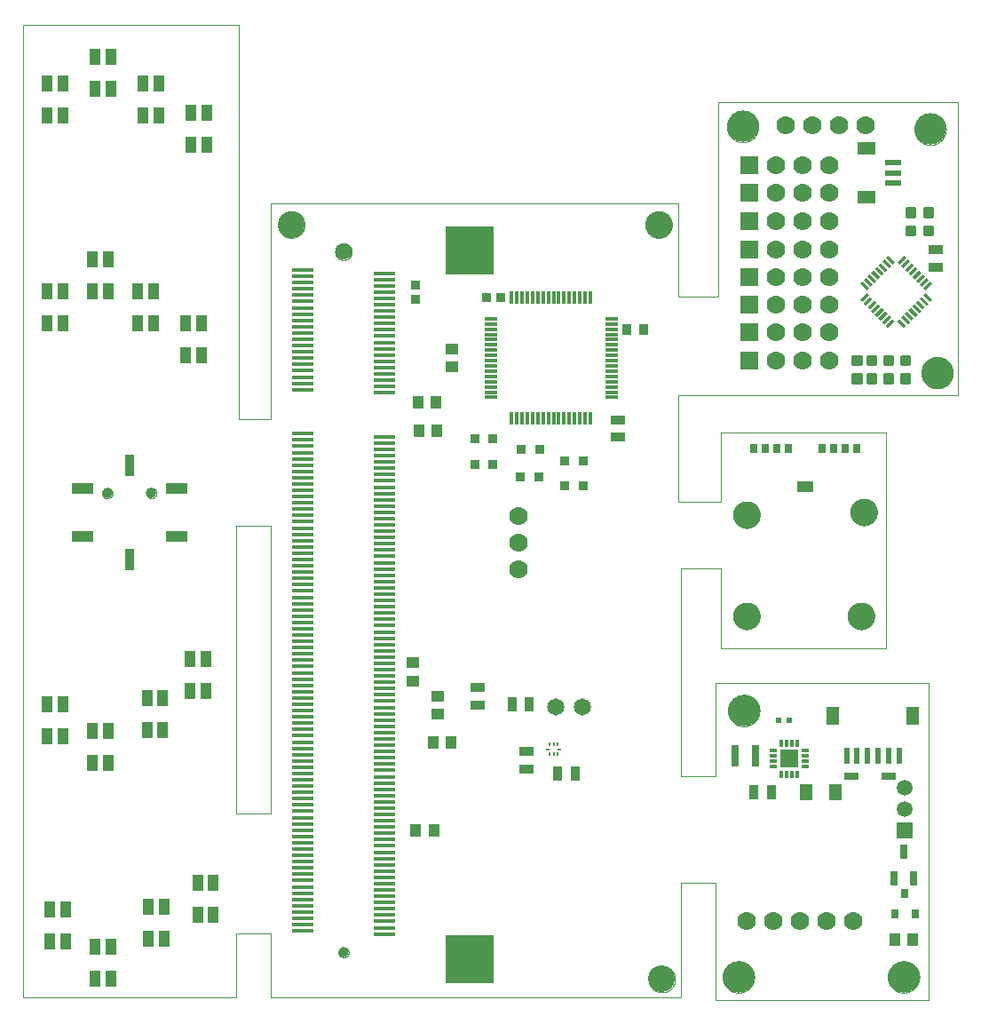
<source format=gts>
G75*
%MOIN*%
%OFA0B0*%
%FSLAX25Y25*%
%IPPOS*%
%LPD*%
%AMOC8*
5,1,8,0,0,1.08239X$1,22.5*
%
%ADD10C,0.00000*%
%ADD11C,0.11811*%
%ADD12C,0.10000*%
%ADD13C,0.07000*%
%ADD14R,0.05575X0.02565*%
%ADD15R,0.02756X0.05510*%
%ADD16R,0.03150X0.03543*%
%ADD17R,0.03959X0.04724*%
%ADD18R,0.03800X0.05700*%
%ADD19R,0.04724X0.05906*%
%ADD20R,0.01181X0.02559*%
%ADD21R,0.02559X0.01181*%
%ADD22R,0.06693X0.06693*%
%ADD23R,0.03150X0.07874*%
%ADD24R,0.02200X0.02400*%
%ADD25R,0.05900X0.05900*%
%ADD26C,0.05900*%
%ADD27R,0.02362X0.06102*%
%ADD28R,0.04724X0.07087*%
%ADD29R,0.07000X0.07000*%
%ADD30R,0.01200X0.03600*%
%ADD31R,0.06102X0.02362*%
%ADD32R,0.07087X0.04724*%
%ADD33R,0.05700X0.03800*%
%ADD34C,0.01181*%
%ADD35R,0.05906X0.04331*%
%ADD36R,0.07874X0.01378*%
%ADD37R,0.18110X0.18110*%
%ADD38C,0.06298*%
%ADD39C,0.03800*%
%ADD40R,0.04724X0.03959*%
%ADD41R,0.03600X0.03200*%
%ADD42R,0.00866X0.01378*%
%ADD43R,0.01772X0.00866*%
%ADD44R,0.01378X0.00866*%
%ADD45C,0.06500*%
%ADD46R,0.03800X0.03600*%
%ADD47R,0.01181X0.04724*%
%ADD48R,0.04724X0.01181*%
%ADD49R,0.03200X0.03600*%
%ADD50R,0.03200X0.04200*%
%ADD51R,0.07870X0.03940*%
%ADD52R,0.03500X0.07870*%
%ADD53C,0.03900*%
%ADD54R,0.04331X0.05906*%
D10*
X0001000Y0002150D02*
X0001000Y0367150D01*
X0082000Y0367150D01*
X0082000Y0219150D01*
X0094000Y0219150D01*
X0094000Y0300150D01*
X0247000Y0300150D01*
X0247000Y0265150D01*
X0262000Y0265150D01*
X0262000Y0338150D01*
X0352000Y0338150D01*
X0352000Y0228150D01*
X0247000Y0228150D01*
X0247000Y0188150D01*
X0263000Y0188150D01*
X0263000Y0214150D01*
X0325000Y0214150D01*
X0325000Y0133150D01*
X0263000Y0133150D01*
X0263000Y0163150D01*
X0248000Y0163150D01*
X0248000Y0085150D01*
X0261000Y0085150D01*
X0261000Y0120150D01*
X0341000Y0120150D01*
X0341000Y0001150D01*
X0261000Y0001150D01*
X0261000Y0045150D01*
X0248000Y0045150D01*
X0248000Y0002150D01*
X0094000Y0002150D01*
X0094000Y0026150D01*
X0081000Y0026150D01*
X0081000Y0002150D01*
X0001000Y0002150D01*
X0081000Y0071150D02*
X0081000Y0179150D01*
X0094000Y0179150D01*
X0094000Y0071150D01*
X0081000Y0071150D01*
X0119300Y0018885D02*
X0119302Y0018972D01*
X0119308Y0019059D01*
X0119318Y0019146D01*
X0119332Y0019232D01*
X0119350Y0019317D01*
X0119371Y0019401D01*
X0119397Y0019485D01*
X0119426Y0019567D01*
X0119460Y0019647D01*
X0119496Y0019726D01*
X0119537Y0019803D01*
X0119581Y0019879D01*
X0119628Y0019952D01*
X0119678Y0020023D01*
X0119732Y0020091D01*
X0119789Y0020157D01*
X0119849Y0020221D01*
X0119911Y0020281D01*
X0119977Y0020339D01*
X0120045Y0020393D01*
X0120115Y0020445D01*
X0120188Y0020493D01*
X0120263Y0020538D01*
X0120339Y0020579D01*
X0120418Y0020617D01*
X0120498Y0020651D01*
X0120580Y0020681D01*
X0120663Y0020707D01*
X0120747Y0020730D01*
X0120832Y0020749D01*
X0120918Y0020764D01*
X0121004Y0020775D01*
X0121091Y0020782D01*
X0121178Y0020785D01*
X0121265Y0020784D01*
X0121352Y0020779D01*
X0121439Y0020770D01*
X0121525Y0020757D01*
X0121611Y0020740D01*
X0121695Y0020719D01*
X0121779Y0020695D01*
X0121861Y0020666D01*
X0121942Y0020634D01*
X0122022Y0020598D01*
X0122099Y0020559D01*
X0122175Y0020516D01*
X0122249Y0020469D01*
X0122320Y0020420D01*
X0122389Y0020367D01*
X0122456Y0020310D01*
X0122520Y0020251D01*
X0122581Y0020189D01*
X0122640Y0020125D01*
X0122695Y0020057D01*
X0122747Y0019988D01*
X0122796Y0019916D01*
X0122842Y0019841D01*
X0122884Y0019765D01*
X0122922Y0019687D01*
X0122957Y0019607D01*
X0122989Y0019526D01*
X0123016Y0019443D01*
X0123040Y0019359D01*
X0123060Y0019274D01*
X0123076Y0019189D01*
X0123088Y0019102D01*
X0123096Y0019016D01*
X0123100Y0018929D01*
X0123100Y0018841D01*
X0123096Y0018754D01*
X0123088Y0018668D01*
X0123076Y0018581D01*
X0123060Y0018496D01*
X0123040Y0018411D01*
X0123016Y0018327D01*
X0122989Y0018244D01*
X0122957Y0018163D01*
X0122922Y0018083D01*
X0122884Y0018005D01*
X0122842Y0017929D01*
X0122796Y0017854D01*
X0122747Y0017782D01*
X0122695Y0017713D01*
X0122640Y0017645D01*
X0122581Y0017581D01*
X0122520Y0017519D01*
X0122456Y0017460D01*
X0122389Y0017403D01*
X0122320Y0017350D01*
X0122249Y0017301D01*
X0122175Y0017254D01*
X0122099Y0017211D01*
X0122022Y0017172D01*
X0121942Y0017136D01*
X0121861Y0017104D01*
X0121779Y0017075D01*
X0121695Y0017051D01*
X0121611Y0017030D01*
X0121525Y0017013D01*
X0121439Y0017000D01*
X0121352Y0016991D01*
X0121265Y0016986D01*
X0121178Y0016985D01*
X0121091Y0016988D01*
X0121004Y0016995D01*
X0120918Y0017006D01*
X0120832Y0017021D01*
X0120747Y0017040D01*
X0120663Y0017063D01*
X0120580Y0017089D01*
X0120498Y0017119D01*
X0120418Y0017153D01*
X0120339Y0017191D01*
X0120263Y0017232D01*
X0120188Y0017277D01*
X0120115Y0017325D01*
X0120045Y0017377D01*
X0119977Y0017431D01*
X0119911Y0017489D01*
X0119849Y0017549D01*
X0119789Y0017613D01*
X0119732Y0017679D01*
X0119678Y0017747D01*
X0119628Y0017818D01*
X0119581Y0017891D01*
X0119537Y0017967D01*
X0119496Y0018044D01*
X0119460Y0018123D01*
X0119426Y0018203D01*
X0119397Y0018285D01*
X0119371Y0018369D01*
X0119350Y0018453D01*
X0119332Y0018538D01*
X0119318Y0018624D01*
X0119308Y0018711D01*
X0119302Y0018798D01*
X0119300Y0018885D01*
X0235700Y0008850D02*
X0235702Y0008991D01*
X0235708Y0009132D01*
X0235718Y0009272D01*
X0235732Y0009412D01*
X0235750Y0009552D01*
X0235771Y0009691D01*
X0235797Y0009830D01*
X0235826Y0009968D01*
X0235860Y0010104D01*
X0235897Y0010240D01*
X0235938Y0010375D01*
X0235983Y0010509D01*
X0236032Y0010641D01*
X0236084Y0010772D01*
X0236140Y0010901D01*
X0236200Y0011028D01*
X0236263Y0011154D01*
X0236329Y0011278D01*
X0236400Y0011401D01*
X0236473Y0011521D01*
X0236550Y0011639D01*
X0236630Y0011755D01*
X0236714Y0011868D01*
X0236800Y0011979D01*
X0236890Y0012088D01*
X0236983Y0012194D01*
X0237078Y0012297D01*
X0237177Y0012398D01*
X0237278Y0012496D01*
X0237382Y0012591D01*
X0237489Y0012683D01*
X0237598Y0012772D01*
X0237710Y0012857D01*
X0237824Y0012940D01*
X0237940Y0013020D01*
X0238059Y0013096D01*
X0238180Y0013168D01*
X0238302Y0013238D01*
X0238427Y0013303D01*
X0238553Y0013366D01*
X0238681Y0013424D01*
X0238811Y0013479D01*
X0238942Y0013531D01*
X0239075Y0013578D01*
X0239209Y0013622D01*
X0239344Y0013663D01*
X0239480Y0013699D01*
X0239617Y0013731D01*
X0239755Y0013760D01*
X0239893Y0013785D01*
X0240033Y0013805D01*
X0240173Y0013822D01*
X0240313Y0013835D01*
X0240454Y0013844D01*
X0240594Y0013849D01*
X0240735Y0013850D01*
X0240876Y0013847D01*
X0241017Y0013840D01*
X0241157Y0013829D01*
X0241297Y0013814D01*
X0241437Y0013795D01*
X0241576Y0013773D01*
X0241714Y0013746D01*
X0241852Y0013716D01*
X0241988Y0013681D01*
X0242124Y0013643D01*
X0242258Y0013601D01*
X0242392Y0013555D01*
X0242524Y0013506D01*
X0242654Y0013452D01*
X0242783Y0013395D01*
X0242910Y0013335D01*
X0243036Y0013271D01*
X0243159Y0013203D01*
X0243281Y0013132D01*
X0243401Y0013058D01*
X0243518Y0012980D01*
X0243633Y0012899D01*
X0243746Y0012815D01*
X0243857Y0012728D01*
X0243965Y0012637D01*
X0244070Y0012544D01*
X0244173Y0012447D01*
X0244273Y0012348D01*
X0244370Y0012246D01*
X0244464Y0012141D01*
X0244555Y0012034D01*
X0244643Y0011924D01*
X0244728Y0011812D01*
X0244810Y0011697D01*
X0244889Y0011580D01*
X0244964Y0011461D01*
X0245036Y0011340D01*
X0245104Y0011217D01*
X0245169Y0011092D01*
X0245231Y0010965D01*
X0245288Y0010836D01*
X0245343Y0010706D01*
X0245393Y0010575D01*
X0245440Y0010442D01*
X0245483Y0010308D01*
X0245522Y0010172D01*
X0245557Y0010036D01*
X0245589Y0009899D01*
X0245616Y0009761D01*
X0245640Y0009622D01*
X0245660Y0009482D01*
X0245676Y0009342D01*
X0245688Y0009202D01*
X0245696Y0009061D01*
X0245700Y0008920D01*
X0245700Y0008780D01*
X0245696Y0008639D01*
X0245688Y0008498D01*
X0245676Y0008358D01*
X0245660Y0008218D01*
X0245640Y0008078D01*
X0245616Y0007939D01*
X0245589Y0007801D01*
X0245557Y0007664D01*
X0245522Y0007528D01*
X0245483Y0007392D01*
X0245440Y0007258D01*
X0245393Y0007125D01*
X0245343Y0006994D01*
X0245288Y0006864D01*
X0245231Y0006735D01*
X0245169Y0006608D01*
X0245104Y0006483D01*
X0245036Y0006360D01*
X0244964Y0006239D01*
X0244889Y0006120D01*
X0244810Y0006003D01*
X0244728Y0005888D01*
X0244643Y0005776D01*
X0244555Y0005666D01*
X0244464Y0005559D01*
X0244370Y0005454D01*
X0244273Y0005352D01*
X0244173Y0005253D01*
X0244070Y0005156D01*
X0243965Y0005063D01*
X0243857Y0004972D01*
X0243746Y0004885D01*
X0243633Y0004801D01*
X0243518Y0004720D01*
X0243401Y0004642D01*
X0243281Y0004568D01*
X0243159Y0004497D01*
X0243036Y0004429D01*
X0242910Y0004365D01*
X0242783Y0004305D01*
X0242654Y0004248D01*
X0242524Y0004194D01*
X0242392Y0004145D01*
X0242258Y0004099D01*
X0242124Y0004057D01*
X0241988Y0004019D01*
X0241852Y0003984D01*
X0241714Y0003954D01*
X0241576Y0003927D01*
X0241437Y0003905D01*
X0241297Y0003886D01*
X0241157Y0003871D01*
X0241017Y0003860D01*
X0240876Y0003853D01*
X0240735Y0003850D01*
X0240594Y0003851D01*
X0240454Y0003856D01*
X0240313Y0003865D01*
X0240173Y0003878D01*
X0240033Y0003895D01*
X0239893Y0003915D01*
X0239755Y0003940D01*
X0239617Y0003969D01*
X0239480Y0004001D01*
X0239344Y0004037D01*
X0239209Y0004078D01*
X0239075Y0004122D01*
X0238942Y0004169D01*
X0238811Y0004221D01*
X0238681Y0004276D01*
X0238553Y0004334D01*
X0238427Y0004397D01*
X0238302Y0004462D01*
X0238180Y0004532D01*
X0238059Y0004604D01*
X0237940Y0004680D01*
X0237824Y0004760D01*
X0237710Y0004843D01*
X0237598Y0004928D01*
X0237489Y0005017D01*
X0237382Y0005109D01*
X0237278Y0005204D01*
X0237177Y0005302D01*
X0237078Y0005403D01*
X0236983Y0005506D01*
X0236890Y0005612D01*
X0236800Y0005721D01*
X0236714Y0005832D01*
X0236630Y0005945D01*
X0236550Y0006061D01*
X0236473Y0006179D01*
X0236400Y0006299D01*
X0236329Y0006422D01*
X0236263Y0006546D01*
X0236200Y0006672D01*
X0236140Y0006799D01*
X0236084Y0006928D01*
X0236032Y0007059D01*
X0235983Y0007191D01*
X0235938Y0007325D01*
X0235897Y0007460D01*
X0235860Y0007596D01*
X0235826Y0007732D01*
X0235797Y0007870D01*
X0235771Y0008009D01*
X0235750Y0008148D01*
X0235732Y0008288D01*
X0235718Y0008428D01*
X0235708Y0008568D01*
X0235702Y0008709D01*
X0235700Y0008850D01*
X0263594Y0009650D02*
X0263596Y0009803D01*
X0263602Y0009957D01*
X0263612Y0010110D01*
X0263626Y0010262D01*
X0263644Y0010415D01*
X0263666Y0010566D01*
X0263691Y0010717D01*
X0263721Y0010868D01*
X0263755Y0011018D01*
X0263792Y0011166D01*
X0263833Y0011314D01*
X0263878Y0011460D01*
X0263927Y0011606D01*
X0263980Y0011750D01*
X0264036Y0011892D01*
X0264096Y0012033D01*
X0264160Y0012173D01*
X0264227Y0012311D01*
X0264298Y0012447D01*
X0264373Y0012581D01*
X0264450Y0012713D01*
X0264532Y0012843D01*
X0264616Y0012971D01*
X0264704Y0013097D01*
X0264795Y0013220D01*
X0264889Y0013341D01*
X0264987Y0013459D01*
X0265087Y0013575D01*
X0265191Y0013688D01*
X0265297Y0013799D01*
X0265406Y0013907D01*
X0265518Y0014012D01*
X0265632Y0014113D01*
X0265750Y0014212D01*
X0265869Y0014308D01*
X0265991Y0014401D01*
X0266116Y0014490D01*
X0266243Y0014577D01*
X0266372Y0014659D01*
X0266503Y0014739D01*
X0266636Y0014815D01*
X0266771Y0014888D01*
X0266908Y0014957D01*
X0267047Y0015022D01*
X0267187Y0015084D01*
X0267329Y0015142D01*
X0267472Y0015197D01*
X0267617Y0015248D01*
X0267763Y0015295D01*
X0267910Y0015338D01*
X0268058Y0015377D01*
X0268207Y0015413D01*
X0268357Y0015444D01*
X0268508Y0015472D01*
X0268659Y0015496D01*
X0268812Y0015516D01*
X0268964Y0015532D01*
X0269117Y0015544D01*
X0269270Y0015552D01*
X0269423Y0015556D01*
X0269577Y0015556D01*
X0269730Y0015552D01*
X0269883Y0015544D01*
X0270036Y0015532D01*
X0270188Y0015516D01*
X0270341Y0015496D01*
X0270492Y0015472D01*
X0270643Y0015444D01*
X0270793Y0015413D01*
X0270942Y0015377D01*
X0271090Y0015338D01*
X0271237Y0015295D01*
X0271383Y0015248D01*
X0271528Y0015197D01*
X0271671Y0015142D01*
X0271813Y0015084D01*
X0271953Y0015022D01*
X0272092Y0014957D01*
X0272229Y0014888D01*
X0272364Y0014815D01*
X0272497Y0014739D01*
X0272628Y0014659D01*
X0272757Y0014577D01*
X0272884Y0014490D01*
X0273009Y0014401D01*
X0273131Y0014308D01*
X0273250Y0014212D01*
X0273368Y0014113D01*
X0273482Y0014012D01*
X0273594Y0013907D01*
X0273703Y0013799D01*
X0273809Y0013688D01*
X0273913Y0013575D01*
X0274013Y0013459D01*
X0274111Y0013341D01*
X0274205Y0013220D01*
X0274296Y0013097D01*
X0274384Y0012971D01*
X0274468Y0012843D01*
X0274550Y0012713D01*
X0274627Y0012581D01*
X0274702Y0012447D01*
X0274773Y0012311D01*
X0274840Y0012173D01*
X0274904Y0012033D01*
X0274964Y0011892D01*
X0275020Y0011750D01*
X0275073Y0011606D01*
X0275122Y0011460D01*
X0275167Y0011314D01*
X0275208Y0011166D01*
X0275245Y0011018D01*
X0275279Y0010868D01*
X0275309Y0010717D01*
X0275334Y0010566D01*
X0275356Y0010415D01*
X0275374Y0010262D01*
X0275388Y0010110D01*
X0275398Y0009957D01*
X0275404Y0009803D01*
X0275406Y0009650D01*
X0275404Y0009497D01*
X0275398Y0009343D01*
X0275388Y0009190D01*
X0275374Y0009038D01*
X0275356Y0008885D01*
X0275334Y0008734D01*
X0275309Y0008583D01*
X0275279Y0008432D01*
X0275245Y0008282D01*
X0275208Y0008134D01*
X0275167Y0007986D01*
X0275122Y0007840D01*
X0275073Y0007694D01*
X0275020Y0007550D01*
X0274964Y0007408D01*
X0274904Y0007267D01*
X0274840Y0007127D01*
X0274773Y0006989D01*
X0274702Y0006853D01*
X0274627Y0006719D01*
X0274550Y0006587D01*
X0274468Y0006457D01*
X0274384Y0006329D01*
X0274296Y0006203D01*
X0274205Y0006080D01*
X0274111Y0005959D01*
X0274013Y0005841D01*
X0273913Y0005725D01*
X0273809Y0005612D01*
X0273703Y0005501D01*
X0273594Y0005393D01*
X0273482Y0005288D01*
X0273368Y0005187D01*
X0273250Y0005088D01*
X0273131Y0004992D01*
X0273009Y0004899D01*
X0272884Y0004810D01*
X0272757Y0004723D01*
X0272628Y0004641D01*
X0272497Y0004561D01*
X0272364Y0004485D01*
X0272229Y0004412D01*
X0272092Y0004343D01*
X0271953Y0004278D01*
X0271813Y0004216D01*
X0271671Y0004158D01*
X0271528Y0004103D01*
X0271383Y0004052D01*
X0271237Y0004005D01*
X0271090Y0003962D01*
X0270942Y0003923D01*
X0270793Y0003887D01*
X0270643Y0003856D01*
X0270492Y0003828D01*
X0270341Y0003804D01*
X0270188Y0003784D01*
X0270036Y0003768D01*
X0269883Y0003756D01*
X0269730Y0003748D01*
X0269577Y0003744D01*
X0269423Y0003744D01*
X0269270Y0003748D01*
X0269117Y0003756D01*
X0268964Y0003768D01*
X0268812Y0003784D01*
X0268659Y0003804D01*
X0268508Y0003828D01*
X0268357Y0003856D01*
X0268207Y0003887D01*
X0268058Y0003923D01*
X0267910Y0003962D01*
X0267763Y0004005D01*
X0267617Y0004052D01*
X0267472Y0004103D01*
X0267329Y0004158D01*
X0267187Y0004216D01*
X0267047Y0004278D01*
X0266908Y0004343D01*
X0266771Y0004412D01*
X0266636Y0004485D01*
X0266503Y0004561D01*
X0266372Y0004641D01*
X0266243Y0004723D01*
X0266116Y0004810D01*
X0265991Y0004899D01*
X0265869Y0004992D01*
X0265750Y0005088D01*
X0265632Y0005187D01*
X0265518Y0005288D01*
X0265406Y0005393D01*
X0265297Y0005501D01*
X0265191Y0005612D01*
X0265087Y0005725D01*
X0264987Y0005841D01*
X0264889Y0005959D01*
X0264795Y0006080D01*
X0264704Y0006203D01*
X0264616Y0006329D01*
X0264532Y0006457D01*
X0264450Y0006587D01*
X0264373Y0006719D01*
X0264298Y0006853D01*
X0264227Y0006989D01*
X0264160Y0007127D01*
X0264096Y0007267D01*
X0264036Y0007408D01*
X0263980Y0007550D01*
X0263927Y0007694D01*
X0263878Y0007840D01*
X0263833Y0007986D01*
X0263792Y0008134D01*
X0263755Y0008282D01*
X0263721Y0008432D01*
X0263691Y0008583D01*
X0263666Y0008734D01*
X0263644Y0008885D01*
X0263626Y0009038D01*
X0263612Y0009190D01*
X0263602Y0009343D01*
X0263596Y0009497D01*
X0263594Y0009650D01*
X0325594Y0009650D02*
X0325596Y0009803D01*
X0325602Y0009957D01*
X0325612Y0010110D01*
X0325626Y0010262D01*
X0325644Y0010415D01*
X0325666Y0010566D01*
X0325691Y0010717D01*
X0325721Y0010868D01*
X0325755Y0011018D01*
X0325792Y0011166D01*
X0325833Y0011314D01*
X0325878Y0011460D01*
X0325927Y0011606D01*
X0325980Y0011750D01*
X0326036Y0011892D01*
X0326096Y0012033D01*
X0326160Y0012173D01*
X0326227Y0012311D01*
X0326298Y0012447D01*
X0326373Y0012581D01*
X0326450Y0012713D01*
X0326532Y0012843D01*
X0326616Y0012971D01*
X0326704Y0013097D01*
X0326795Y0013220D01*
X0326889Y0013341D01*
X0326987Y0013459D01*
X0327087Y0013575D01*
X0327191Y0013688D01*
X0327297Y0013799D01*
X0327406Y0013907D01*
X0327518Y0014012D01*
X0327632Y0014113D01*
X0327750Y0014212D01*
X0327869Y0014308D01*
X0327991Y0014401D01*
X0328116Y0014490D01*
X0328243Y0014577D01*
X0328372Y0014659D01*
X0328503Y0014739D01*
X0328636Y0014815D01*
X0328771Y0014888D01*
X0328908Y0014957D01*
X0329047Y0015022D01*
X0329187Y0015084D01*
X0329329Y0015142D01*
X0329472Y0015197D01*
X0329617Y0015248D01*
X0329763Y0015295D01*
X0329910Y0015338D01*
X0330058Y0015377D01*
X0330207Y0015413D01*
X0330357Y0015444D01*
X0330508Y0015472D01*
X0330659Y0015496D01*
X0330812Y0015516D01*
X0330964Y0015532D01*
X0331117Y0015544D01*
X0331270Y0015552D01*
X0331423Y0015556D01*
X0331577Y0015556D01*
X0331730Y0015552D01*
X0331883Y0015544D01*
X0332036Y0015532D01*
X0332188Y0015516D01*
X0332341Y0015496D01*
X0332492Y0015472D01*
X0332643Y0015444D01*
X0332793Y0015413D01*
X0332942Y0015377D01*
X0333090Y0015338D01*
X0333237Y0015295D01*
X0333383Y0015248D01*
X0333528Y0015197D01*
X0333671Y0015142D01*
X0333813Y0015084D01*
X0333953Y0015022D01*
X0334092Y0014957D01*
X0334229Y0014888D01*
X0334364Y0014815D01*
X0334497Y0014739D01*
X0334628Y0014659D01*
X0334757Y0014577D01*
X0334884Y0014490D01*
X0335009Y0014401D01*
X0335131Y0014308D01*
X0335250Y0014212D01*
X0335368Y0014113D01*
X0335482Y0014012D01*
X0335594Y0013907D01*
X0335703Y0013799D01*
X0335809Y0013688D01*
X0335913Y0013575D01*
X0336013Y0013459D01*
X0336111Y0013341D01*
X0336205Y0013220D01*
X0336296Y0013097D01*
X0336384Y0012971D01*
X0336468Y0012843D01*
X0336550Y0012713D01*
X0336627Y0012581D01*
X0336702Y0012447D01*
X0336773Y0012311D01*
X0336840Y0012173D01*
X0336904Y0012033D01*
X0336964Y0011892D01*
X0337020Y0011750D01*
X0337073Y0011606D01*
X0337122Y0011460D01*
X0337167Y0011314D01*
X0337208Y0011166D01*
X0337245Y0011018D01*
X0337279Y0010868D01*
X0337309Y0010717D01*
X0337334Y0010566D01*
X0337356Y0010415D01*
X0337374Y0010262D01*
X0337388Y0010110D01*
X0337398Y0009957D01*
X0337404Y0009803D01*
X0337406Y0009650D01*
X0337404Y0009497D01*
X0337398Y0009343D01*
X0337388Y0009190D01*
X0337374Y0009038D01*
X0337356Y0008885D01*
X0337334Y0008734D01*
X0337309Y0008583D01*
X0337279Y0008432D01*
X0337245Y0008282D01*
X0337208Y0008134D01*
X0337167Y0007986D01*
X0337122Y0007840D01*
X0337073Y0007694D01*
X0337020Y0007550D01*
X0336964Y0007408D01*
X0336904Y0007267D01*
X0336840Y0007127D01*
X0336773Y0006989D01*
X0336702Y0006853D01*
X0336627Y0006719D01*
X0336550Y0006587D01*
X0336468Y0006457D01*
X0336384Y0006329D01*
X0336296Y0006203D01*
X0336205Y0006080D01*
X0336111Y0005959D01*
X0336013Y0005841D01*
X0335913Y0005725D01*
X0335809Y0005612D01*
X0335703Y0005501D01*
X0335594Y0005393D01*
X0335482Y0005288D01*
X0335368Y0005187D01*
X0335250Y0005088D01*
X0335131Y0004992D01*
X0335009Y0004899D01*
X0334884Y0004810D01*
X0334757Y0004723D01*
X0334628Y0004641D01*
X0334497Y0004561D01*
X0334364Y0004485D01*
X0334229Y0004412D01*
X0334092Y0004343D01*
X0333953Y0004278D01*
X0333813Y0004216D01*
X0333671Y0004158D01*
X0333528Y0004103D01*
X0333383Y0004052D01*
X0333237Y0004005D01*
X0333090Y0003962D01*
X0332942Y0003923D01*
X0332793Y0003887D01*
X0332643Y0003856D01*
X0332492Y0003828D01*
X0332341Y0003804D01*
X0332188Y0003784D01*
X0332036Y0003768D01*
X0331883Y0003756D01*
X0331730Y0003748D01*
X0331577Y0003744D01*
X0331423Y0003744D01*
X0331270Y0003748D01*
X0331117Y0003756D01*
X0330964Y0003768D01*
X0330812Y0003784D01*
X0330659Y0003804D01*
X0330508Y0003828D01*
X0330357Y0003856D01*
X0330207Y0003887D01*
X0330058Y0003923D01*
X0329910Y0003962D01*
X0329763Y0004005D01*
X0329617Y0004052D01*
X0329472Y0004103D01*
X0329329Y0004158D01*
X0329187Y0004216D01*
X0329047Y0004278D01*
X0328908Y0004343D01*
X0328771Y0004412D01*
X0328636Y0004485D01*
X0328503Y0004561D01*
X0328372Y0004641D01*
X0328243Y0004723D01*
X0328116Y0004810D01*
X0327991Y0004899D01*
X0327869Y0004992D01*
X0327750Y0005088D01*
X0327632Y0005187D01*
X0327518Y0005288D01*
X0327406Y0005393D01*
X0327297Y0005501D01*
X0327191Y0005612D01*
X0327087Y0005725D01*
X0326987Y0005841D01*
X0326889Y0005959D01*
X0326795Y0006080D01*
X0326704Y0006203D01*
X0326616Y0006329D01*
X0326532Y0006457D01*
X0326450Y0006587D01*
X0326373Y0006719D01*
X0326298Y0006853D01*
X0326227Y0006989D01*
X0326160Y0007127D01*
X0326096Y0007267D01*
X0326036Y0007408D01*
X0325980Y0007550D01*
X0325927Y0007694D01*
X0325878Y0007840D01*
X0325833Y0007986D01*
X0325792Y0008134D01*
X0325755Y0008282D01*
X0325721Y0008432D01*
X0325691Y0008583D01*
X0325666Y0008734D01*
X0325644Y0008885D01*
X0325626Y0009038D01*
X0325612Y0009190D01*
X0325602Y0009343D01*
X0325596Y0009497D01*
X0325594Y0009650D01*
X0265594Y0109650D02*
X0265596Y0109803D01*
X0265602Y0109957D01*
X0265612Y0110110D01*
X0265626Y0110262D01*
X0265644Y0110415D01*
X0265666Y0110566D01*
X0265691Y0110717D01*
X0265721Y0110868D01*
X0265755Y0111018D01*
X0265792Y0111166D01*
X0265833Y0111314D01*
X0265878Y0111460D01*
X0265927Y0111606D01*
X0265980Y0111750D01*
X0266036Y0111892D01*
X0266096Y0112033D01*
X0266160Y0112173D01*
X0266227Y0112311D01*
X0266298Y0112447D01*
X0266373Y0112581D01*
X0266450Y0112713D01*
X0266532Y0112843D01*
X0266616Y0112971D01*
X0266704Y0113097D01*
X0266795Y0113220D01*
X0266889Y0113341D01*
X0266987Y0113459D01*
X0267087Y0113575D01*
X0267191Y0113688D01*
X0267297Y0113799D01*
X0267406Y0113907D01*
X0267518Y0114012D01*
X0267632Y0114113D01*
X0267750Y0114212D01*
X0267869Y0114308D01*
X0267991Y0114401D01*
X0268116Y0114490D01*
X0268243Y0114577D01*
X0268372Y0114659D01*
X0268503Y0114739D01*
X0268636Y0114815D01*
X0268771Y0114888D01*
X0268908Y0114957D01*
X0269047Y0115022D01*
X0269187Y0115084D01*
X0269329Y0115142D01*
X0269472Y0115197D01*
X0269617Y0115248D01*
X0269763Y0115295D01*
X0269910Y0115338D01*
X0270058Y0115377D01*
X0270207Y0115413D01*
X0270357Y0115444D01*
X0270508Y0115472D01*
X0270659Y0115496D01*
X0270812Y0115516D01*
X0270964Y0115532D01*
X0271117Y0115544D01*
X0271270Y0115552D01*
X0271423Y0115556D01*
X0271577Y0115556D01*
X0271730Y0115552D01*
X0271883Y0115544D01*
X0272036Y0115532D01*
X0272188Y0115516D01*
X0272341Y0115496D01*
X0272492Y0115472D01*
X0272643Y0115444D01*
X0272793Y0115413D01*
X0272942Y0115377D01*
X0273090Y0115338D01*
X0273237Y0115295D01*
X0273383Y0115248D01*
X0273528Y0115197D01*
X0273671Y0115142D01*
X0273813Y0115084D01*
X0273953Y0115022D01*
X0274092Y0114957D01*
X0274229Y0114888D01*
X0274364Y0114815D01*
X0274497Y0114739D01*
X0274628Y0114659D01*
X0274757Y0114577D01*
X0274884Y0114490D01*
X0275009Y0114401D01*
X0275131Y0114308D01*
X0275250Y0114212D01*
X0275368Y0114113D01*
X0275482Y0114012D01*
X0275594Y0113907D01*
X0275703Y0113799D01*
X0275809Y0113688D01*
X0275913Y0113575D01*
X0276013Y0113459D01*
X0276111Y0113341D01*
X0276205Y0113220D01*
X0276296Y0113097D01*
X0276384Y0112971D01*
X0276468Y0112843D01*
X0276550Y0112713D01*
X0276627Y0112581D01*
X0276702Y0112447D01*
X0276773Y0112311D01*
X0276840Y0112173D01*
X0276904Y0112033D01*
X0276964Y0111892D01*
X0277020Y0111750D01*
X0277073Y0111606D01*
X0277122Y0111460D01*
X0277167Y0111314D01*
X0277208Y0111166D01*
X0277245Y0111018D01*
X0277279Y0110868D01*
X0277309Y0110717D01*
X0277334Y0110566D01*
X0277356Y0110415D01*
X0277374Y0110262D01*
X0277388Y0110110D01*
X0277398Y0109957D01*
X0277404Y0109803D01*
X0277406Y0109650D01*
X0277404Y0109497D01*
X0277398Y0109343D01*
X0277388Y0109190D01*
X0277374Y0109038D01*
X0277356Y0108885D01*
X0277334Y0108734D01*
X0277309Y0108583D01*
X0277279Y0108432D01*
X0277245Y0108282D01*
X0277208Y0108134D01*
X0277167Y0107986D01*
X0277122Y0107840D01*
X0277073Y0107694D01*
X0277020Y0107550D01*
X0276964Y0107408D01*
X0276904Y0107267D01*
X0276840Y0107127D01*
X0276773Y0106989D01*
X0276702Y0106853D01*
X0276627Y0106719D01*
X0276550Y0106587D01*
X0276468Y0106457D01*
X0276384Y0106329D01*
X0276296Y0106203D01*
X0276205Y0106080D01*
X0276111Y0105959D01*
X0276013Y0105841D01*
X0275913Y0105725D01*
X0275809Y0105612D01*
X0275703Y0105501D01*
X0275594Y0105393D01*
X0275482Y0105288D01*
X0275368Y0105187D01*
X0275250Y0105088D01*
X0275131Y0104992D01*
X0275009Y0104899D01*
X0274884Y0104810D01*
X0274757Y0104723D01*
X0274628Y0104641D01*
X0274497Y0104561D01*
X0274364Y0104485D01*
X0274229Y0104412D01*
X0274092Y0104343D01*
X0273953Y0104278D01*
X0273813Y0104216D01*
X0273671Y0104158D01*
X0273528Y0104103D01*
X0273383Y0104052D01*
X0273237Y0104005D01*
X0273090Y0103962D01*
X0272942Y0103923D01*
X0272793Y0103887D01*
X0272643Y0103856D01*
X0272492Y0103828D01*
X0272341Y0103804D01*
X0272188Y0103784D01*
X0272036Y0103768D01*
X0271883Y0103756D01*
X0271730Y0103748D01*
X0271577Y0103744D01*
X0271423Y0103744D01*
X0271270Y0103748D01*
X0271117Y0103756D01*
X0270964Y0103768D01*
X0270812Y0103784D01*
X0270659Y0103804D01*
X0270508Y0103828D01*
X0270357Y0103856D01*
X0270207Y0103887D01*
X0270058Y0103923D01*
X0269910Y0103962D01*
X0269763Y0104005D01*
X0269617Y0104052D01*
X0269472Y0104103D01*
X0269329Y0104158D01*
X0269187Y0104216D01*
X0269047Y0104278D01*
X0268908Y0104343D01*
X0268771Y0104412D01*
X0268636Y0104485D01*
X0268503Y0104561D01*
X0268372Y0104641D01*
X0268243Y0104723D01*
X0268116Y0104810D01*
X0267991Y0104899D01*
X0267869Y0104992D01*
X0267750Y0105088D01*
X0267632Y0105187D01*
X0267518Y0105288D01*
X0267406Y0105393D01*
X0267297Y0105501D01*
X0267191Y0105612D01*
X0267087Y0105725D01*
X0266987Y0105841D01*
X0266889Y0105959D01*
X0266795Y0106080D01*
X0266704Y0106203D01*
X0266616Y0106329D01*
X0266532Y0106457D01*
X0266450Y0106587D01*
X0266373Y0106719D01*
X0266298Y0106853D01*
X0266227Y0106989D01*
X0266160Y0107127D01*
X0266096Y0107267D01*
X0266036Y0107408D01*
X0265980Y0107550D01*
X0265927Y0107694D01*
X0265878Y0107840D01*
X0265833Y0107986D01*
X0265792Y0108134D01*
X0265755Y0108282D01*
X0265721Y0108432D01*
X0265691Y0108583D01*
X0265666Y0108734D01*
X0265644Y0108885D01*
X0265626Y0109038D01*
X0265612Y0109190D01*
X0265602Y0109343D01*
X0265596Y0109497D01*
X0265594Y0109650D01*
X0267500Y0145150D02*
X0267502Y0145291D01*
X0267508Y0145432D01*
X0267518Y0145572D01*
X0267532Y0145712D01*
X0267550Y0145852D01*
X0267571Y0145991D01*
X0267597Y0146130D01*
X0267626Y0146268D01*
X0267660Y0146404D01*
X0267697Y0146540D01*
X0267738Y0146675D01*
X0267783Y0146809D01*
X0267832Y0146941D01*
X0267884Y0147072D01*
X0267940Y0147201D01*
X0268000Y0147328D01*
X0268063Y0147454D01*
X0268129Y0147578D01*
X0268200Y0147701D01*
X0268273Y0147821D01*
X0268350Y0147939D01*
X0268430Y0148055D01*
X0268514Y0148168D01*
X0268600Y0148279D01*
X0268690Y0148388D01*
X0268783Y0148494D01*
X0268878Y0148597D01*
X0268977Y0148698D01*
X0269078Y0148796D01*
X0269182Y0148891D01*
X0269289Y0148983D01*
X0269398Y0149072D01*
X0269510Y0149157D01*
X0269624Y0149240D01*
X0269740Y0149320D01*
X0269859Y0149396D01*
X0269980Y0149468D01*
X0270102Y0149538D01*
X0270227Y0149603D01*
X0270353Y0149666D01*
X0270481Y0149724D01*
X0270611Y0149779D01*
X0270742Y0149831D01*
X0270875Y0149878D01*
X0271009Y0149922D01*
X0271144Y0149963D01*
X0271280Y0149999D01*
X0271417Y0150031D01*
X0271555Y0150060D01*
X0271693Y0150085D01*
X0271833Y0150105D01*
X0271973Y0150122D01*
X0272113Y0150135D01*
X0272254Y0150144D01*
X0272394Y0150149D01*
X0272535Y0150150D01*
X0272676Y0150147D01*
X0272817Y0150140D01*
X0272957Y0150129D01*
X0273097Y0150114D01*
X0273237Y0150095D01*
X0273376Y0150073D01*
X0273514Y0150046D01*
X0273652Y0150016D01*
X0273788Y0149981D01*
X0273924Y0149943D01*
X0274058Y0149901D01*
X0274192Y0149855D01*
X0274324Y0149806D01*
X0274454Y0149752D01*
X0274583Y0149695D01*
X0274710Y0149635D01*
X0274836Y0149571D01*
X0274959Y0149503D01*
X0275081Y0149432D01*
X0275201Y0149358D01*
X0275318Y0149280D01*
X0275433Y0149199D01*
X0275546Y0149115D01*
X0275657Y0149028D01*
X0275765Y0148937D01*
X0275870Y0148844D01*
X0275973Y0148747D01*
X0276073Y0148648D01*
X0276170Y0148546D01*
X0276264Y0148441D01*
X0276355Y0148334D01*
X0276443Y0148224D01*
X0276528Y0148112D01*
X0276610Y0147997D01*
X0276689Y0147880D01*
X0276764Y0147761D01*
X0276836Y0147640D01*
X0276904Y0147517D01*
X0276969Y0147392D01*
X0277031Y0147265D01*
X0277088Y0147136D01*
X0277143Y0147006D01*
X0277193Y0146875D01*
X0277240Y0146742D01*
X0277283Y0146608D01*
X0277322Y0146472D01*
X0277357Y0146336D01*
X0277389Y0146199D01*
X0277416Y0146061D01*
X0277440Y0145922D01*
X0277460Y0145782D01*
X0277476Y0145642D01*
X0277488Y0145502D01*
X0277496Y0145361D01*
X0277500Y0145220D01*
X0277500Y0145080D01*
X0277496Y0144939D01*
X0277488Y0144798D01*
X0277476Y0144658D01*
X0277460Y0144518D01*
X0277440Y0144378D01*
X0277416Y0144239D01*
X0277389Y0144101D01*
X0277357Y0143964D01*
X0277322Y0143828D01*
X0277283Y0143692D01*
X0277240Y0143558D01*
X0277193Y0143425D01*
X0277143Y0143294D01*
X0277088Y0143164D01*
X0277031Y0143035D01*
X0276969Y0142908D01*
X0276904Y0142783D01*
X0276836Y0142660D01*
X0276764Y0142539D01*
X0276689Y0142420D01*
X0276610Y0142303D01*
X0276528Y0142188D01*
X0276443Y0142076D01*
X0276355Y0141966D01*
X0276264Y0141859D01*
X0276170Y0141754D01*
X0276073Y0141652D01*
X0275973Y0141553D01*
X0275870Y0141456D01*
X0275765Y0141363D01*
X0275657Y0141272D01*
X0275546Y0141185D01*
X0275433Y0141101D01*
X0275318Y0141020D01*
X0275201Y0140942D01*
X0275081Y0140868D01*
X0274959Y0140797D01*
X0274836Y0140729D01*
X0274710Y0140665D01*
X0274583Y0140605D01*
X0274454Y0140548D01*
X0274324Y0140494D01*
X0274192Y0140445D01*
X0274058Y0140399D01*
X0273924Y0140357D01*
X0273788Y0140319D01*
X0273652Y0140284D01*
X0273514Y0140254D01*
X0273376Y0140227D01*
X0273237Y0140205D01*
X0273097Y0140186D01*
X0272957Y0140171D01*
X0272817Y0140160D01*
X0272676Y0140153D01*
X0272535Y0140150D01*
X0272394Y0140151D01*
X0272254Y0140156D01*
X0272113Y0140165D01*
X0271973Y0140178D01*
X0271833Y0140195D01*
X0271693Y0140215D01*
X0271555Y0140240D01*
X0271417Y0140269D01*
X0271280Y0140301D01*
X0271144Y0140337D01*
X0271009Y0140378D01*
X0270875Y0140422D01*
X0270742Y0140469D01*
X0270611Y0140521D01*
X0270481Y0140576D01*
X0270353Y0140634D01*
X0270227Y0140697D01*
X0270102Y0140762D01*
X0269980Y0140832D01*
X0269859Y0140904D01*
X0269740Y0140980D01*
X0269624Y0141060D01*
X0269510Y0141143D01*
X0269398Y0141228D01*
X0269289Y0141317D01*
X0269182Y0141409D01*
X0269078Y0141504D01*
X0268977Y0141602D01*
X0268878Y0141703D01*
X0268783Y0141806D01*
X0268690Y0141912D01*
X0268600Y0142021D01*
X0268514Y0142132D01*
X0268430Y0142245D01*
X0268350Y0142361D01*
X0268273Y0142479D01*
X0268200Y0142599D01*
X0268129Y0142722D01*
X0268063Y0142846D01*
X0268000Y0142972D01*
X0267940Y0143099D01*
X0267884Y0143228D01*
X0267832Y0143359D01*
X0267783Y0143491D01*
X0267738Y0143625D01*
X0267697Y0143760D01*
X0267660Y0143896D01*
X0267626Y0144032D01*
X0267597Y0144170D01*
X0267571Y0144309D01*
X0267550Y0144448D01*
X0267532Y0144588D01*
X0267518Y0144728D01*
X0267508Y0144868D01*
X0267502Y0145009D01*
X0267500Y0145150D01*
X0267500Y0183150D02*
X0267502Y0183291D01*
X0267508Y0183432D01*
X0267518Y0183572D01*
X0267532Y0183712D01*
X0267550Y0183852D01*
X0267571Y0183991D01*
X0267597Y0184130D01*
X0267626Y0184268D01*
X0267660Y0184404D01*
X0267697Y0184540D01*
X0267738Y0184675D01*
X0267783Y0184809D01*
X0267832Y0184941D01*
X0267884Y0185072D01*
X0267940Y0185201D01*
X0268000Y0185328D01*
X0268063Y0185454D01*
X0268129Y0185578D01*
X0268200Y0185701D01*
X0268273Y0185821D01*
X0268350Y0185939D01*
X0268430Y0186055D01*
X0268514Y0186168D01*
X0268600Y0186279D01*
X0268690Y0186388D01*
X0268783Y0186494D01*
X0268878Y0186597D01*
X0268977Y0186698D01*
X0269078Y0186796D01*
X0269182Y0186891D01*
X0269289Y0186983D01*
X0269398Y0187072D01*
X0269510Y0187157D01*
X0269624Y0187240D01*
X0269740Y0187320D01*
X0269859Y0187396D01*
X0269980Y0187468D01*
X0270102Y0187538D01*
X0270227Y0187603D01*
X0270353Y0187666D01*
X0270481Y0187724D01*
X0270611Y0187779D01*
X0270742Y0187831D01*
X0270875Y0187878D01*
X0271009Y0187922D01*
X0271144Y0187963D01*
X0271280Y0187999D01*
X0271417Y0188031D01*
X0271555Y0188060D01*
X0271693Y0188085D01*
X0271833Y0188105D01*
X0271973Y0188122D01*
X0272113Y0188135D01*
X0272254Y0188144D01*
X0272394Y0188149D01*
X0272535Y0188150D01*
X0272676Y0188147D01*
X0272817Y0188140D01*
X0272957Y0188129D01*
X0273097Y0188114D01*
X0273237Y0188095D01*
X0273376Y0188073D01*
X0273514Y0188046D01*
X0273652Y0188016D01*
X0273788Y0187981D01*
X0273924Y0187943D01*
X0274058Y0187901D01*
X0274192Y0187855D01*
X0274324Y0187806D01*
X0274454Y0187752D01*
X0274583Y0187695D01*
X0274710Y0187635D01*
X0274836Y0187571D01*
X0274959Y0187503D01*
X0275081Y0187432D01*
X0275201Y0187358D01*
X0275318Y0187280D01*
X0275433Y0187199D01*
X0275546Y0187115D01*
X0275657Y0187028D01*
X0275765Y0186937D01*
X0275870Y0186844D01*
X0275973Y0186747D01*
X0276073Y0186648D01*
X0276170Y0186546D01*
X0276264Y0186441D01*
X0276355Y0186334D01*
X0276443Y0186224D01*
X0276528Y0186112D01*
X0276610Y0185997D01*
X0276689Y0185880D01*
X0276764Y0185761D01*
X0276836Y0185640D01*
X0276904Y0185517D01*
X0276969Y0185392D01*
X0277031Y0185265D01*
X0277088Y0185136D01*
X0277143Y0185006D01*
X0277193Y0184875D01*
X0277240Y0184742D01*
X0277283Y0184608D01*
X0277322Y0184472D01*
X0277357Y0184336D01*
X0277389Y0184199D01*
X0277416Y0184061D01*
X0277440Y0183922D01*
X0277460Y0183782D01*
X0277476Y0183642D01*
X0277488Y0183502D01*
X0277496Y0183361D01*
X0277500Y0183220D01*
X0277500Y0183080D01*
X0277496Y0182939D01*
X0277488Y0182798D01*
X0277476Y0182658D01*
X0277460Y0182518D01*
X0277440Y0182378D01*
X0277416Y0182239D01*
X0277389Y0182101D01*
X0277357Y0181964D01*
X0277322Y0181828D01*
X0277283Y0181692D01*
X0277240Y0181558D01*
X0277193Y0181425D01*
X0277143Y0181294D01*
X0277088Y0181164D01*
X0277031Y0181035D01*
X0276969Y0180908D01*
X0276904Y0180783D01*
X0276836Y0180660D01*
X0276764Y0180539D01*
X0276689Y0180420D01*
X0276610Y0180303D01*
X0276528Y0180188D01*
X0276443Y0180076D01*
X0276355Y0179966D01*
X0276264Y0179859D01*
X0276170Y0179754D01*
X0276073Y0179652D01*
X0275973Y0179553D01*
X0275870Y0179456D01*
X0275765Y0179363D01*
X0275657Y0179272D01*
X0275546Y0179185D01*
X0275433Y0179101D01*
X0275318Y0179020D01*
X0275201Y0178942D01*
X0275081Y0178868D01*
X0274959Y0178797D01*
X0274836Y0178729D01*
X0274710Y0178665D01*
X0274583Y0178605D01*
X0274454Y0178548D01*
X0274324Y0178494D01*
X0274192Y0178445D01*
X0274058Y0178399D01*
X0273924Y0178357D01*
X0273788Y0178319D01*
X0273652Y0178284D01*
X0273514Y0178254D01*
X0273376Y0178227D01*
X0273237Y0178205D01*
X0273097Y0178186D01*
X0272957Y0178171D01*
X0272817Y0178160D01*
X0272676Y0178153D01*
X0272535Y0178150D01*
X0272394Y0178151D01*
X0272254Y0178156D01*
X0272113Y0178165D01*
X0271973Y0178178D01*
X0271833Y0178195D01*
X0271693Y0178215D01*
X0271555Y0178240D01*
X0271417Y0178269D01*
X0271280Y0178301D01*
X0271144Y0178337D01*
X0271009Y0178378D01*
X0270875Y0178422D01*
X0270742Y0178469D01*
X0270611Y0178521D01*
X0270481Y0178576D01*
X0270353Y0178634D01*
X0270227Y0178697D01*
X0270102Y0178762D01*
X0269980Y0178832D01*
X0269859Y0178904D01*
X0269740Y0178980D01*
X0269624Y0179060D01*
X0269510Y0179143D01*
X0269398Y0179228D01*
X0269289Y0179317D01*
X0269182Y0179409D01*
X0269078Y0179504D01*
X0268977Y0179602D01*
X0268878Y0179703D01*
X0268783Y0179806D01*
X0268690Y0179912D01*
X0268600Y0180021D01*
X0268514Y0180132D01*
X0268430Y0180245D01*
X0268350Y0180361D01*
X0268273Y0180479D01*
X0268200Y0180599D01*
X0268129Y0180722D01*
X0268063Y0180846D01*
X0268000Y0180972D01*
X0267940Y0181099D01*
X0267884Y0181228D01*
X0267832Y0181359D01*
X0267783Y0181491D01*
X0267738Y0181625D01*
X0267697Y0181760D01*
X0267660Y0181896D01*
X0267626Y0182032D01*
X0267597Y0182170D01*
X0267571Y0182309D01*
X0267550Y0182448D01*
X0267532Y0182588D01*
X0267518Y0182728D01*
X0267508Y0182868D01*
X0267502Y0183009D01*
X0267500Y0183150D01*
X0311500Y0184150D02*
X0311502Y0184291D01*
X0311508Y0184432D01*
X0311518Y0184572D01*
X0311532Y0184712D01*
X0311550Y0184852D01*
X0311571Y0184991D01*
X0311597Y0185130D01*
X0311626Y0185268D01*
X0311660Y0185404D01*
X0311697Y0185540D01*
X0311738Y0185675D01*
X0311783Y0185809D01*
X0311832Y0185941D01*
X0311884Y0186072D01*
X0311940Y0186201D01*
X0312000Y0186328D01*
X0312063Y0186454D01*
X0312129Y0186578D01*
X0312200Y0186701D01*
X0312273Y0186821D01*
X0312350Y0186939D01*
X0312430Y0187055D01*
X0312514Y0187168D01*
X0312600Y0187279D01*
X0312690Y0187388D01*
X0312783Y0187494D01*
X0312878Y0187597D01*
X0312977Y0187698D01*
X0313078Y0187796D01*
X0313182Y0187891D01*
X0313289Y0187983D01*
X0313398Y0188072D01*
X0313510Y0188157D01*
X0313624Y0188240D01*
X0313740Y0188320D01*
X0313859Y0188396D01*
X0313980Y0188468D01*
X0314102Y0188538D01*
X0314227Y0188603D01*
X0314353Y0188666D01*
X0314481Y0188724D01*
X0314611Y0188779D01*
X0314742Y0188831D01*
X0314875Y0188878D01*
X0315009Y0188922D01*
X0315144Y0188963D01*
X0315280Y0188999D01*
X0315417Y0189031D01*
X0315555Y0189060D01*
X0315693Y0189085D01*
X0315833Y0189105D01*
X0315973Y0189122D01*
X0316113Y0189135D01*
X0316254Y0189144D01*
X0316394Y0189149D01*
X0316535Y0189150D01*
X0316676Y0189147D01*
X0316817Y0189140D01*
X0316957Y0189129D01*
X0317097Y0189114D01*
X0317237Y0189095D01*
X0317376Y0189073D01*
X0317514Y0189046D01*
X0317652Y0189016D01*
X0317788Y0188981D01*
X0317924Y0188943D01*
X0318058Y0188901D01*
X0318192Y0188855D01*
X0318324Y0188806D01*
X0318454Y0188752D01*
X0318583Y0188695D01*
X0318710Y0188635D01*
X0318836Y0188571D01*
X0318959Y0188503D01*
X0319081Y0188432D01*
X0319201Y0188358D01*
X0319318Y0188280D01*
X0319433Y0188199D01*
X0319546Y0188115D01*
X0319657Y0188028D01*
X0319765Y0187937D01*
X0319870Y0187844D01*
X0319973Y0187747D01*
X0320073Y0187648D01*
X0320170Y0187546D01*
X0320264Y0187441D01*
X0320355Y0187334D01*
X0320443Y0187224D01*
X0320528Y0187112D01*
X0320610Y0186997D01*
X0320689Y0186880D01*
X0320764Y0186761D01*
X0320836Y0186640D01*
X0320904Y0186517D01*
X0320969Y0186392D01*
X0321031Y0186265D01*
X0321088Y0186136D01*
X0321143Y0186006D01*
X0321193Y0185875D01*
X0321240Y0185742D01*
X0321283Y0185608D01*
X0321322Y0185472D01*
X0321357Y0185336D01*
X0321389Y0185199D01*
X0321416Y0185061D01*
X0321440Y0184922D01*
X0321460Y0184782D01*
X0321476Y0184642D01*
X0321488Y0184502D01*
X0321496Y0184361D01*
X0321500Y0184220D01*
X0321500Y0184080D01*
X0321496Y0183939D01*
X0321488Y0183798D01*
X0321476Y0183658D01*
X0321460Y0183518D01*
X0321440Y0183378D01*
X0321416Y0183239D01*
X0321389Y0183101D01*
X0321357Y0182964D01*
X0321322Y0182828D01*
X0321283Y0182692D01*
X0321240Y0182558D01*
X0321193Y0182425D01*
X0321143Y0182294D01*
X0321088Y0182164D01*
X0321031Y0182035D01*
X0320969Y0181908D01*
X0320904Y0181783D01*
X0320836Y0181660D01*
X0320764Y0181539D01*
X0320689Y0181420D01*
X0320610Y0181303D01*
X0320528Y0181188D01*
X0320443Y0181076D01*
X0320355Y0180966D01*
X0320264Y0180859D01*
X0320170Y0180754D01*
X0320073Y0180652D01*
X0319973Y0180553D01*
X0319870Y0180456D01*
X0319765Y0180363D01*
X0319657Y0180272D01*
X0319546Y0180185D01*
X0319433Y0180101D01*
X0319318Y0180020D01*
X0319201Y0179942D01*
X0319081Y0179868D01*
X0318959Y0179797D01*
X0318836Y0179729D01*
X0318710Y0179665D01*
X0318583Y0179605D01*
X0318454Y0179548D01*
X0318324Y0179494D01*
X0318192Y0179445D01*
X0318058Y0179399D01*
X0317924Y0179357D01*
X0317788Y0179319D01*
X0317652Y0179284D01*
X0317514Y0179254D01*
X0317376Y0179227D01*
X0317237Y0179205D01*
X0317097Y0179186D01*
X0316957Y0179171D01*
X0316817Y0179160D01*
X0316676Y0179153D01*
X0316535Y0179150D01*
X0316394Y0179151D01*
X0316254Y0179156D01*
X0316113Y0179165D01*
X0315973Y0179178D01*
X0315833Y0179195D01*
X0315693Y0179215D01*
X0315555Y0179240D01*
X0315417Y0179269D01*
X0315280Y0179301D01*
X0315144Y0179337D01*
X0315009Y0179378D01*
X0314875Y0179422D01*
X0314742Y0179469D01*
X0314611Y0179521D01*
X0314481Y0179576D01*
X0314353Y0179634D01*
X0314227Y0179697D01*
X0314102Y0179762D01*
X0313980Y0179832D01*
X0313859Y0179904D01*
X0313740Y0179980D01*
X0313624Y0180060D01*
X0313510Y0180143D01*
X0313398Y0180228D01*
X0313289Y0180317D01*
X0313182Y0180409D01*
X0313078Y0180504D01*
X0312977Y0180602D01*
X0312878Y0180703D01*
X0312783Y0180806D01*
X0312690Y0180912D01*
X0312600Y0181021D01*
X0312514Y0181132D01*
X0312430Y0181245D01*
X0312350Y0181361D01*
X0312273Y0181479D01*
X0312200Y0181599D01*
X0312129Y0181722D01*
X0312063Y0181846D01*
X0312000Y0181972D01*
X0311940Y0182099D01*
X0311884Y0182228D01*
X0311832Y0182359D01*
X0311783Y0182491D01*
X0311738Y0182625D01*
X0311697Y0182760D01*
X0311660Y0182896D01*
X0311626Y0183032D01*
X0311597Y0183170D01*
X0311571Y0183309D01*
X0311550Y0183448D01*
X0311532Y0183588D01*
X0311518Y0183728D01*
X0311508Y0183868D01*
X0311502Y0184009D01*
X0311500Y0184150D01*
X0310500Y0145150D02*
X0310502Y0145291D01*
X0310508Y0145432D01*
X0310518Y0145572D01*
X0310532Y0145712D01*
X0310550Y0145852D01*
X0310571Y0145991D01*
X0310597Y0146130D01*
X0310626Y0146268D01*
X0310660Y0146404D01*
X0310697Y0146540D01*
X0310738Y0146675D01*
X0310783Y0146809D01*
X0310832Y0146941D01*
X0310884Y0147072D01*
X0310940Y0147201D01*
X0311000Y0147328D01*
X0311063Y0147454D01*
X0311129Y0147578D01*
X0311200Y0147701D01*
X0311273Y0147821D01*
X0311350Y0147939D01*
X0311430Y0148055D01*
X0311514Y0148168D01*
X0311600Y0148279D01*
X0311690Y0148388D01*
X0311783Y0148494D01*
X0311878Y0148597D01*
X0311977Y0148698D01*
X0312078Y0148796D01*
X0312182Y0148891D01*
X0312289Y0148983D01*
X0312398Y0149072D01*
X0312510Y0149157D01*
X0312624Y0149240D01*
X0312740Y0149320D01*
X0312859Y0149396D01*
X0312980Y0149468D01*
X0313102Y0149538D01*
X0313227Y0149603D01*
X0313353Y0149666D01*
X0313481Y0149724D01*
X0313611Y0149779D01*
X0313742Y0149831D01*
X0313875Y0149878D01*
X0314009Y0149922D01*
X0314144Y0149963D01*
X0314280Y0149999D01*
X0314417Y0150031D01*
X0314555Y0150060D01*
X0314693Y0150085D01*
X0314833Y0150105D01*
X0314973Y0150122D01*
X0315113Y0150135D01*
X0315254Y0150144D01*
X0315394Y0150149D01*
X0315535Y0150150D01*
X0315676Y0150147D01*
X0315817Y0150140D01*
X0315957Y0150129D01*
X0316097Y0150114D01*
X0316237Y0150095D01*
X0316376Y0150073D01*
X0316514Y0150046D01*
X0316652Y0150016D01*
X0316788Y0149981D01*
X0316924Y0149943D01*
X0317058Y0149901D01*
X0317192Y0149855D01*
X0317324Y0149806D01*
X0317454Y0149752D01*
X0317583Y0149695D01*
X0317710Y0149635D01*
X0317836Y0149571D01*
X0317959Y0149503D01*
X0318081Y0149432D01*
X0318201Y0149358D01*
X0318318Y0149280D01*
X0318433Y0149199D01*
X0318546Y0149115D01*
X0318657Y0149028D01*
X0318765Y0148937D01*
X0318870Y0148844D01*
X0318973Y0148747D01*
X0319073Y0148648D01*
X0319170Y0148546D01*
X0319264Y0148441D01*
X0319355Y0148334D01*
X0319443Y0148224D01*
X0319528Y0148112D01*
X0319610Y0147997D01*
X0319689Y0147880D01*
X0319764Y0147761D01*
X0319836Y0147640D01*
X0319904Y0147517D01*
X0319969Y0147392D01*
X0320031Y0147265D01*
X0320088Y0147136D01*
X0320143Y0147006D01*
X0320193Y0146875D01*
X0320240Y0146742D01*
X0320283Y0146608D01*
X0320322Y0146472D01*
X0320357Y0146336D01*
X0320389Y0146199D01*
X0320416Y0146061D01*
X0320440Y0145922D01*
X0320460Y0145782D01*
X0320476Y0145642D01*
X0320488Y0145502D01*
X0320496Y0145361D01*
X0320500Y0145220D01*
X0320500Y0145080D01*
X0320496Y0144939D01*
X0320488Y0144798D01*
X0320476Y0144658D01*
X0320460Y0144518D01*
X0320440Y0144378D01*
X0320416Y0144239D01*
X0320389Y0144101D01*
X0320357Y0143964D01*
X0320322Y0143828D01*
X0320283Y0143692D01*
X0320240Y0143558D01*
X0320193Y0143425D01*
X0320143Y0143294D01*
X0320088Y0143164D01*
X0320031Y0143035D01*
X0319969Y0142908D01*
X0319904Y0142783D01*
X0319836Y0142660D01*
X0319764Y0142539D01*
X0319689Y0142420D01*
X0319610Y0142303D01*
X0319528Y0142188D01*
X0319443Y0142076D01*
X0319355Y0141966D01*
X0319264Y0141859D01*
X0319170Y0141754D01*
X0319073Y0141652D01*
X0318973Y0141553D01*
X0318870Y0141456D01*
X0318765Y0141363D01*
X0318657Y0141272D01*
X0318546Y0141185D01*
X0318433Y0141101D01*
X0318318Y0141020D01*
X0318201Y0140942D01*
X0318081Y0140868D01*
X0317959Y0140797D01*
X0317836Y0140729D01*
X0317710Y0140665D01*
X0317583Y0140605D01*
X0317454Y0140548D01*
X0317324Y0140494D01*
X0317192Y0140445D01*
X0317058Y0140399D01*
X0316924Y0140357D01*
X0316788Y0140319D01*
X0316652Y0140284D01*
X0316514Y0140254D01*
X0316376Y0140227D01*
X0316237Y0140205D01*
X0316097Y0140186D01*
X0315957Y0140171D01*
X0315817Y0140160D01*
X0315676Y0140153D01*
X0315535Y0140150D01*
X0315394Y0140151D01*
X0315254Y0140156D01*
X0315113Y0140165D01*
X0314973Y0140178D01*
X0314833Y0140195D01*
X0314693Y0140215D01*
X0314555Y0140240D01*
X0314417Y0140269D01*
X0314280Y0140301D01*
X0314144Y0140337D01*
X0314009Y0140378D01*
X0313875Y0140422D01*
X0313742Y0140469D01*
X0313611Y0140521D01*
X0313481Y0140576D01*
X0313353Y0140634D01*
X0313227Y0140697D01*
X0313102Y0140762D01*
X0312980Y0140832D01*
X0312859Y0140904D01*
X0312740Y0140980D01*
X0312624Y0141060D01*
X0312510Y0141143D01*
X0312398Y0141228D01*
X0312289Y0141317D01*
X0312182Y0141409D01*
X0312078Y0141504D01*
X0311977Y0141602D01*
X0311878Y0141703D01*
X0311783Y0141806D01*
X0311690Y0141912D01*
X0311600Y0142021D01*
X0311514Y0142132D01*
X0311430Y0142245D01*
X0311350Y0142361D01*
X0311273Y0142479D01*
X0311200Y0142599D01*
X0311129Y0142722D01*
X0311063Y0142846D01*
X0311000Y0142972D01*
X0310940Y0143099D01*
X0310884Y0143228D01*
X0310832Y0143359D01*
X0310783Y0143491D01*
X0310738Y0143625D01*
X0310697Y0143760D01*
X0310660Y0143896D01*
X0310626Y0144032D01*
X0310597Y0144170D01*
X0310571Y0144309D01*
X0310550Y0144448D01*
X0310532Y0144588D01*
X0310518Y0144728D01*
X0310508Y0144868D01*
X0310502Y0145009D01*
X0310500Y0145150D01*
X0338194Y0236450D02*
X0338196Y0236603D01*
X0338202Y0236757D01*
X0338212Y0236910D01*
X0338226Y0237062D01*
X0338244Y0237215D01*
X0338266Y0237366D01*
X0338291Y0237517D01*
X0338321Y0237668D01*
X0338355Y0237818D01*
X0338392Y0237966D01*
X0338433Y0238114D01*
X0338478Y0238260D01*
X0338527Y0238406D01*
X0338580Y0238550D01*
X0338636Y0238692D01*
X0338696Y0238833D01*
X0338760Y0238973D01*
X0338827Y0239111D01*
X0338898Y0239247D01*
X0338973Y0239381D01*
X0339050Y0239513D01*
X0339132Y0239643D01*
X0339216Y0239771D01*
X0339304Y0239897D01*
X0339395Y0240020D01*
X0339489Y0240141D01*
X0339587Y0240259D01*
X0339687Y0240375D01*
X0339791Y0240488D01*
X0339897Y0240599D01*
X0340006Y0240707D01*
X0340118Y0240812D01*
X0340232Y0240913D01*
X0340350Y0241012D01*
X0340469Y0241108D01*
X0340591Y0241201D01*
X0340716Y0241290D01*
X0340843Y0241377D01*
X0340972Y0241459D01*
X0341103Y0241539D01*
X0341236Y0241615D01*
X0341371Y0241688D01*
X0341508Y0241757D01*
X0341647Y0241822D01*
X0341787Y0241884D01*
X0341929Y0241942D01*
X0342072Y0241997D01*
X0342217Y0242048D01*
X0342363Y0242095D01*
X0342510Y0242138D01*
X0342658Y0242177D01*
X0342807Y0242213D01*
X0342957Y0242244D01*
X0343108Y0242272D01*
X0343259Y0242296D01*
X0343412Y0242316D01*
X0343564Y0242332D01*
X0343717Y0242344D01*
X0343870Y0242352D01*
X0344023Y0242356D01*
X0344177Y0242356D01*
X0344330Y0242352D01*
X0344483Y0242344D01*
X0344636Y0242332D01*
X0344788Y0242316D01*
X0344941Y0242296D01*
X0345092Y0242272D01*
X0345243Y0242244D01*
X0345393Y0242213D01*
X0345542Y0242177D01*
X0345690Y0242138D01*
X0345837Y0242095D01*
X0345983Y0242048D01*
X0346128Y0241997D01*
X0346271Y0241942D01*
X0346413Y0241884D01*
X0346553Y0241822D01*
X0346692Y0241757D01*
X0346829Y0241688D01*
X0346964Y0241615D01*
X0347097Y0241539D01*
X0347228Y0241459D01*
X0347357Y0241377D01*
X0347484Y0241290D01*
X0347609Y0241201D01*
X0347731Y0241108D01*
X0347850Y0241012D01*
X0347968Y0240913D01*
X0348082Y0240812D01*
X0348194Y0240707D01*
X0348303Y0240599D01*
X0348409Y0240488D01*
X0348513Y0240375D01*
X0348613Y0240259D01*
X0348711Y0240141D01*
X0348805Y0240020D01*
X0348896Y0239897D01*
X0348984Y0239771D01*
X0349068Y0239643D01*
X0349150Y0239513D01*
X0349227Y0239381D01*
X0349302Y0239247D01*
X0349373Y0239111D01*
X0349440Y0238973D01*
X0349504Y0238833D01*
X0349564Y0238692D01*
X0349620Y0238550D01*
X0349673Y0238406D01*
X0349722Y0238260D01*
X0349767Y0238114D01*
X0349808Y0237966D01*
X0349845Y0237818D01*
X0349879Y0237668D01*
X0349909Y0237517D01*
X0349934Y0237366D01*
X0349956Y0237215D01*
X0349974Y0237062D01*
X0349988Y0236910D01*
X0349998Y0236757D01*
X0350004Y0236603D01*
X0350006Y0236450D01*
X0350004Y0236297D01*
X0349998Y0236143D01*
X0349988Y0235990D01*
X0349974Y0235838D01*
X0349956Y0235685D01*
X0349934Y0235534D01*
X0349909Y0235383D01*
X0349879Y0235232D01*
X0349845Y0235082D01*
X0349808Y0234934D01*
X0349767Y0234786D01*
X0349722Y0234640D01*
X0349673Y0234494D01*
X0349620Y0234350D01*
X0349564Y0234208D01*
X0349504Y0234067D01*
X0349440Y0233927D01*
X0349373Y0233789D01*
X0349302Y0233653D01*
X0349227Y0233519D01*
X0349150Y0233387D01*
X0349068Y0233257D01*
X0348984Y0233129D01*
X0348896Y0233003D01*
X0348805Y0232880D01*
X0348711Y0232759D01*
X0348613Y0232641D01*
X0348513Y0232525D01*
X0348409Y0232412D01*
X0348303Y0232301D01*
X0348194Y0232193D01*
X0348082Y0232088D01*
X0347968Y0231987D01*
X0347850Y0231888D01*
X0347731Y0231792D01*
X0347609Y0231699D01*
X0347484Y0231610D01*
X0347357Y0231523D01*
X0347228Y0231441D01*
X0347097Y0231361D01*
X0346964Y0231285D01*
X0346829Y0231212D01*
X0346692Y0231143D01*
X0346553Y0231078D01*
X0346413Y0231016D01*
X0346271Y0230958D01*
X0346128Y0230903D01*
X0345983Y0230852D01*
X0345837Y0230805D01*
X0345690Y0230762D01*
X0345542Y0230723D01*
X0345393Y0230687D01*
X0345243Y0230656D01*
X0345092Y0230628D01*
X0344941Y0230604D01*
X0344788Y0230584D01*
X0344636Y0230568D01*
X0344483Y0230556D01*
X0344330Y0230548D01*
X0344177Y0230544D01*
X0344023Y0230544D01*
X0343870Y0230548D01*
X0343717Y0230556D01*
X0343564Y0230568D01*
X0343412Y0230584D01*
X0343259Y0230604D01*
X0343108Y0230628D01*
X0342957Y0230656D01*
X0342807Y0230687D01*
X0342658Y0230723D01*
X0342510Y0230762D01*
X0342363Y0230805D01*
X0342217Y0230852D01*
X0342072Y0230903D01*
X0341929Y0230958D01*
X0341787Y0231016D01*
X0341647Y0231078D01*
X0341508Y0231143D01*
X0341371Y0231212D01*
X0341236Y0231285D01*
X0341103Y0231361D01*
X0340972Y0231441D01*
X0340843Y0231523D01*
X0340716Y0231610D01*
X0340591Y0231699D01*
X0340469Y0231792D01*
X0340350Y0231888D01*
X0340232Y0231987D01*
X0340118Y0232088D01*
X0340006Y0232193D01*
X0339897Y0232301D01*
X0339791Y0232412D01*
X0339687Y0232525D01*
X0339587Y0232641D01*
X0339489Y0232759D01*
X0339395Y0232880D01*
X0339304Y0233003D01*
X0339216Y0233129D01*
X0339132Y0233257D01*
X0339050Y0233387D01*
X0338973Y0233519D01*
X0338898Y0233653D01*
X0338827Y0233789D01*
X0338760Y0233927D01*
X0338696Y0234067D01*
X0338636Y0234208D01*
X0338580Y0234350D01*
X0338527Y0234494D01*
X0338478Y0234640D01*
X0338433Y0234786D01*
X0338392Y0234934D01*
X0338355Y0235082D01*
X0338321Y0235232D01*
X0338291Y0235383D01*
X0338266Y0235534D01*
X0338244Y0235685D01*
X0338226Y0235838D01*
X0338212Y0235990D01*
X0338202Y0236143D01*
X0338196Y0236297D01*
X0338194Y0236450D01*
X0335594Y0327850D02*
X0335596Y0328003D01*
X0335602Y0328157D01*
X0335612Y0328310D01*
X0335626Y0328462D01*
X0335644Y0328615D01*
X0335666Y0328766D01*
X0335691Y0328917D01*
X0335721Y0329068D01*
X0335755Y0329218D01*
X0335792Y0329366D01*
X0335833Y0329514D01*
X0335878Y0329660D01*
X0335927Y0329806D01*
X0335980Y0329950D01*
X0336036Y0330092D01*
X0336096Y0330233D01*
X0336160Y0330373D01*
X0336227Y0330511D01*
X0336298Y0330647D01*
X0336373Y0330781D01*
X0336450Y0330913D01*
X0336532Y0331043D01*
X0336616Y0331171D01*
X0336704Y0331297D01*
X0336795Y0331420D01*
X0336889Y0331541D01*
X0336987Y0331659D01*
X0337087Y0331775D01*
X0337191Y0331888D01*
X0337297Y0331999D01*
X0337406Y0332107D01*
X0337518Y0332212D01*
X0337632Y0332313D01*
X0337750Y0332412D01*
X0337869Y0332508D01*
X0337991Y0332601D01*
X0338116Y0332690D01*
X0338243Y0332777D01*
X0338372Y0332859D01*
X0338503Y0332939D01*
X0338636Y0333015D01*
X0338771Y0333088D01*
X0338908Y0333157D01*
X0339047Y0333222D01*
X0339187Y0333284D01*
X0339329Y0333342D01*
X0339472Y0333397D01*
X0339617Y0333448D01*
X0339763Y0333495D01*
X0339910Y0333538D01*
X0340058Y0333577D01*
X0340207Y0333613D01*
X0340357Y0333644D01*
X0340508Y0333672D01*
X0340659Y0333696D01*
X0340812Y0333716D01*
X0340964Y0333732D01*
X0341117Y0333744D01*
X0341270Y0333752D01*
X0341423Y0333756D01*
X0341577Y0333756D01*
X0341730Y0333752D01*
X0341883Y0333744D01*
X0342036Y0333732D01*
X0342188Y0333716D01*
X0342341Y0333696D01*
X0342492Y0333672D01*
X0342643Y0333644D01*
X0342793Y0333613D01*
X0342942Y0333577D01*
X0343090Y0333538D01*
X0343237Y0333495D01*
X0343383Y0333448D01*
X0343528Y0333397D01*
X0343671Y0333342D01*
X0343813Y0333284D01*
X0343953Y0333222D01*
X0344092Y0333157D01*
X0344229Y0333088D01*
X0344364Y0333015D01*
X0344497Y0332939D01*
X0344628Y0332859D01*
X0344757Y0332777D01*
X0344884Y0332690D01*
X0345009Y0332601D01*
X0345131Y0332508D01*
X0345250Y0332412D01*
X0345368Y0332313D01*
X0345482Y0332212D01*
X0345594Y0332107D01*
X0345703Y0331999D01*
X0345809Y0331888D01*
X0345913Y0331775D01*
X0346013Y0331659D01*
X0346111Y0331541D01*
X0346205Y0331420D01*
X0346296Y0331297D01*
X0346384Y0331171D01*
X0346468Y0331043D01*
X0346550Y0330913D01*
X0346627Y0330781D01*
X0346702Y0330647D01*
X0346773Y0330511D01*
X0346840Y0330373D01*
X0346904Y0330233D01*
X0346964Y0330092D01*
X0347020Y0329950D01*
X0347073Y0329806D01*
X0347122Y0329660D01*
X0347167Y0329514D01*
X0347208Y0329366D01*
X0347245Y0329218D01*
X0347279Y0329068D01*
X0347309Y0328917D01*
X0347334Y0328766D01*
X0347356Y0328615D01*
X0347374Y0328462D01*
X0347388Y0328310D01*
X0347398Y0328157D01*
X0347404Y0328003D01*
X0347406Y0327850D01*
X0347404Y0327697D01*
X0347398Y0327543D01*
X0347388Y0327390D01*
X0347374Y0327238D01*
X0347356Y0327085D01*
X0347334Y0326934D01*
X0347309Y0326783D01*
X0347279Y0326632D01*
X0347245Y0326482D01*
X0347208Y0326334D01*
X0347167Y0326186D01*
X0347122Y0326040D01*
X0347073Y0325894D01*
X0347020Y0325750D01*
X0346964Y0325608D01*
X0346904Y0325467D01*
X0346840Y0325327D01*
X0346773Y0325189D01*
X0346702Y0325053D01*
X0346627Y0324919D01*
X0346550Y0324787D01*
X0346468Y0324657D01*
X0346384Y0324529D01*
X0346296Y0324403D01*
X0346205Y0324280D01*
X0346111Y0324159D01*
X0346013Y0324041D01*
X0345913Y0323925D01*
X0345809Y0323812D01*
X0345703Y0323701D01*
X0345594Y0323593D01*
X0345482Y0323488D01*
X0345368Y0323387D01*
X0345250Y0323288D01*
X0345131Y0323192D01*
X0345009Y0323099D01*
X0344884Y0323010D01*
X0344757Y0322923D01*
X0344628Y0322841D01*
X0344497Y0322761D01*
X0344364Y0322685D01*
X0344229Y0322612D01*
X0344092Y0322543D01*
X0343953Y0322478D01*
X0343813Y0322416D01*
X0343671Y0322358D01*
X0343528Y0322303D01*
X0343383Y0322252D01*
X0343237Y0322205D01*
X0343090Y0322162D01*
X0342942Y0322123D01*
X0342793Y0322087D01*
X0342643Y0322056D01*
X0342492Y0322028D01*
X0342341Y0322004D01*
X0342188Y0321984D01*
X0342036Y0321968D01*
X0341883Y0321956D01*
X0341730Y0321948D01*
X0341577Y0321944D01*
X0341423Y0321944D01*
X0341270Y0321948D01*
X0341117Y0321956D01*
X0340964Y0321968D01*
X0340812Y0321984D01*
X0340659Y0322004D01*
X0340508Y0322028D01*
X0340357Y0322056D01*
X0340207Y0322087D01*
X0340058Y0322123D01*
X0339910Y0322162D01*
X0339763Y0322205D01*
X0339617Y0322252D01*
X0339472Y0322303D01*
X0339329Y0322358D01*
X0339187Y0322416D01*
X0339047Y0322478D01*
X0338908Y0322543D01*
X0338771Y0322612D01*
X0338636Y0322685D01*
X0338503Y0322761D01*
X0338372Y0322841D01*
X0338243Y0322923D01*
X0338116Y0323010D01*
X0337991Y0323099D01*
X0337869Y0323192D01*
X0337750Y0323288D01*
X0337632Y0323387D01*
X0337518Y0323488D01*
X0337406Y0323593D01*
X0337297Y0323701D01*
X0337191Y0323812D01*
X0337087Y0323925D01*
X0336987Y0324041D01*
X0336889Y0324159D01*
X0336795Y0324280D01*
X0336704Y0324403D01*
X0336616Y0324529D01*
X0336532Y0324657D01*
X0336450Y0324787D01*
X0336373Y0324919D01*
X0336298Y0325053D01*
X0336227Y0325189D01*
X0336160Y0325327D01*
X0336096Y0325467D01*
X0336036Y0325608D01*
X0335980Y0325750D01*
X0335927Y0325894D01*
X0335878Y0326040D01*
X0335833Y0326186D01*
X0335792Y0326334D01*
X0335755Y0326482D01*
X0335721Y0326632D01*
X0335691Y0326783D01*
X0335666Y0326934D01*
X0335644Y0327085D01*
X0335626Y0327238D01*
X0335612Y0327390D01*
X0335602Y0327543D01*
X0335596Y0327697D01*
X0335594Y0327850D01*
X0265194Y0328850D02*
X0265196Y0329003D01*
X0265202Y0329157D01*
X0265212Y0329310D01*
X0265226Y0329462D01*
X0265244Y0329615D01*
X0265266Y0329766D01*
X0265291Y0329917D01*
X0265321Y0330068D01*
X0265355Y0330218D01*
X0265392Y0330366D01*
X0265433Y0330514D01*
X0265478Y0330660D01*
X0265527Y0330806D01*
X0265580Y0330950D01*
X0265636Y0331092D01*
X0265696Y0331233D01*
X0265760Y0331373D01*
X0265827Y0331511D01*
X0265898Y0331647D01*
X0265973Y0331781D01*
X0266050Y0331913D01*
X0266132Y0332043D01*
X0266216Y0332171D01*
X0266304Y0332297D01*
X0266395Y0332420D01*
X0266489Y0332541D01*
X0266587Y0332659D01*
X0266687Y0332775D01*
X0266791Y0332888D01*
X0266897Y0332999D01*
X0267006Y0333107D01*
X0267118Y0333212D01*
X0267232Y0333313D01*
X0267350Y0333412D01*
X0267469Y0333508D01*
X0267591Y0333601D01*
X0267716Y0333690D01*
X0267843Y0333777D01*
X0267972Y0333859D01*
X0268103Y0333939D01*
X0268236Y0334015D01*
X0268371Y0334088D01*
X0268508Y0334157D01*
X0268647Y0334222D01*
X0268787Y0334284D01*
X0268929Y0334342D01*
X0269072Y0334397D01*
X0269217Y0334448D01*
X0269363Y0334495D01*
X0269510Y0334538D01*
X0269658Y0334577D01*
X0269807Y0334613D01*
X0269957Y0334644D01*
X0270108Y0334672D01*
X0270259Y0334696D01*
X0270412Y0334716D01*
X0270564Y0334732D01*
X0270717Y0334744D01*
X0270870Y0334752D01*
X0271023Y0334756D01*
X0271177Y0334756D01*
X0271330Y0334752D01*
X0271483Y0334744D01*
X0271636Y0334732D01*
X0271788Y0334716D01*
X0271941Y0334696D01*
X0272092Y0334672D01*
X0272243Y0334644D01*
X0272393Y0334613D01*
X0272542Y0334577D01*
X0272690Y0334538D01*
X0272837Y0334495D01*
X0272983Y0334448D01*
X0273128Y0334397D01*
X0273271Y0334342D01*
X0273413Y0334284D01*
X0273553Y0334222D01*
X0273692Y0334157D01*
X0273829Y0334088D01*
X0273964Y0334015D01*
X0274097Y0333939D01*
X0274228Y0333859D01*
X0274357Y0333777D01*
X0274484Y0333690D01*
X0274609Y0333601D01*
X0274731Y0333508D01*
X0274850Y0333412D01*
X0274968Y0333313D01*
X0275082Y0333212D01*
X0275194Y0333107D01*
X0275303Y0332999D01*
X0275409Y0332888D01*
X0275513Y0332775D01*
X0275613Y0332659D01*
X0275711Y0332541D01*
X0275805Y0332420D01*
X0275896Y0332297D01*
X0275984Y0332171D01*
X0276068Y0332043D01*
X0276150Y0331913D01*
X0276227Y0331781D01*
X0276302Y0331647D01*
X0276373Y0331511D01*
X0276440Y0331373D01*
X0276504Y0331233D01*
X0276564Y0331092D01*
X0276620Y0330950D01*
X0276673Y0330806D01*
X0276722Y0330660D01*
X0276767Y0330514D01*
X0276808Y0330366D01*
X0276845Y0330218D01*
X0276879Y0330068D01*
X0276909Y0329917D01*
X0276934Y0329766D01*
X0276956Y0329615D01*
X0276974Y0329462D01*
X0276988Y0329310D01*
X0276998Y0329157D01*
X0277004Y0329003D01*
X0277006Y0328850D01*
X0277004Y0328697D01*
X0276998Y0328543D01*
X0276988Y0328390D01*
X0276974Y0328238D01*
X0276956Y0328085D01*
X0276934Y0327934D01*
X0276909Y0327783D01*
X0276879Y0327632D01*
X0276845Y0327482D01*
X0276808Y0327334D01*
X0276767Y0327186D01*
X0276722Y0327040D01*
X0276673Y0326894D01*
X0276620Y0326750D01*
X0276564Y0326608D01*
X0276504Y0326467D01*
X0276440Y0326327D01*
X0276373Y0326189D01*
X0276302Y0326053D01*
X0276227Y0325919D01*
X0276150Y0325787D01*
X0276068Y0325657D01*
X0275984Y0325529D01*
X0275896Y0325403D01*
X0275805Y0325280D01*
X0275711Y0325159D01*
X0275613Y0325041D01*
X0275513Y0324925D01*
X0275409Y0324812D01*
X0275303Y0324701D01*
X0275194Y0324593D01*
X0275082Y0324488D01*
X0274968Y0324387D01*
X0274850Y0324288D01*
X0274731Y0324192D01*
X0274609Y0324099D01*
X0274484Y0324010D01*
X0274357Y0323923D01*
X0274228Y0323841D01*
X0274097Y0323761D01*
X0273964Y0323685D01*
X0273829Y0323612D01*
X0273692Y0323543D01*
X0273553Y0323478D01*
X0273413Y0323416D01*
X0273271Y0323358D01*
X0273128Y0323303D01*
X0272983Y0323252D01*
X0272837Y0323205D01*
X0272690Y0323162D01*
X0272542Y0323123D01*
X0272393Y0323087D01*
X0272243Y0323056D01*
X0272092Y0323028D01*
X0271941Y0323004D01*
X0271788Y0322984D01*
X0271636Y0322968D01*
X0271483Y0322956D01*
X0271330Y0322948D01*
X0271177Y0322944D01*
X0271023Y0322944D01*
X0270870Y0322948D01*
X0270717Y0322956D01*
X0270564Y0322968D01*
X0270412Y0322984D01*
X0270259Y0323004D01*
X0270108Y0323028D01*
X0269957Y0323056D01*
X0269807Y0323087D01*
X0269658Y0323123D01*
X0269510Y0323162D01*
X0269363Y0323205D01*
X0269217Y0323252D01*
X0269072Y0323303D01*
X0268929Y0323358D01*
X0268787Y0323416D01*
X0268647Y0323478D01*
X0268508Y0323543D01*
X0268371Y0323612D01*
X0268236Y0323685D01*
X0268103Y0323761D01*
X0267972Y0323841D01*
X0267843Y0323923D01*
X0267716Y0324010D01*
X0267591Y0324099D01*
X0267469Y0324192D01*
X0267350Y0324288D01*
X0267232Y0324387D01*
X0267118Y0324488D01*
X0267006Y0324593D01*
X0266897Y0324701D01*
X0266791Y0324812D01*
X0266687Y0324925D01*
X0266587Y0325041D01*
X0266489Y0325159D01*
X0266395Y0325280D01*
X0266304Y0325403D01*
X0266216Y0325529D01*
X0266132Y0325657D01*
X0266050Y0325787D01*
X0265973Y0325919D01*
X0265898Y0326053D01*
X0265827Y0326189D01*
X0265760Y0326327D01*
X0265696Y0326467D01*
X0265636Y0326608D01*
X0265580Y0326750D01*
X0265527Y0326894D01*
X0265478Y0327040D01*
X0265433Y0327186D01*
X0265392Y0327334D01*
X0265355Y0327482D01*
X0265321Y0327632D01*
X0265291Y0327783D01*
X0265266Y0327934D01*
X0265244Y0328085D01*
X0265226Y0328238D01*
X0265212Y0328390D01*
X0265202Y0328543D01*
X0265196Y0328697D01*
X0265194Y0328850D01*
X0234500Y0292050D02*
X0234502Y0292191D01*
X0234508Y0292332D01*
X0234518Y0292472D01*
X0234532Y0292612D01*
X0234550Y0292752D01*
X0234571Y0292891D01*
X0234597Y0293030D01*
X0234626Y0293168D01*
X0234660Y0293304D01*
X0234697Y0293440D01*
X0234738Y0293575D01*
X0234783Y0293709D01*
X0234832Y0293841D01*
X0234884Y0293972D01*
X0234940Y0294101D01*
X0235000Y0294228D01*
X0235063Y0294354D01*
X0235129Y0294478D01*
X0235200Y0294601D01*
X0235273Y0294721D01*
X0235350Y0294839D01*
X0235430Y0294955D01*
X0235514Y0295068D01*
X0235600Y0295179D01*
X0235690Y0295288D01*
X0235783Y0295394D01*
X0235878Y0295497D01*
X0235977Y0295598D01*
X0236078Y0295696D01*
X0236182Y0295791D01*
X0236289Y0295883D01*
X0236398Y0295972D01*
X0236510Y0296057D01*
X0236624Y0296140D01*
X0236740Y0296220D01*
X0236859Y0296296D01*
X0236980Y0296368D01*
X0237102Y0296438D01*
X0237227Y0296503D01*
X0237353Y0296566D01*
X0237481Y0296624D01*
X0237611Y0296679D01*
X0237742Y0296731D01*
X0237875Y0296778D01*
X0238009Y0296822D01*
X0238144Y0296863D01*
X0238280Y0296899D01*
X0238417Y0296931D01*
X0238555Y0296960D01*
X0238693Y0296985D01*
X0238833Y0297005D01*
X0238973Y0297022D01*
X0239113Y0297035D01*
X0239254Y0297044D01*
X0239394Y0297049D01*
X0239535Y0297050D01*
X0239676Y0297047D01*
X0239817Y0297040D01*
X0239957Y0297029D01*
X0240097Y0297014D01*
X0240237Y0296995D01*
X0240376Y0296973D01*
X0240514Y0296946D01*
X0240652Y0296916D01*
X0240788Y0296881D01*
X0240924Y0296843D01*
X0241058Y0296801D01*
X0241192Y0296755D01*
X0241324Y0296706D01*
X0241454Y0296652D01*
X0241583Y0296595D01*
X0241710Y0296535D01*
X0241836Y0296471D01*
X0241959Y0296403D01*
X0242081Y0296332D01*
X0242201Y0296258D01*
X0242318Y0296180D01*
X0242433Y0296099D01*
X0242546Y0296015D01*
X0242657Y0295928D01*
X0242765Y0295837D01*
X0242870Y0295744D01*
X0242973Y0295647D01*
X0243073Y0295548D01*
X0243170Y0295446D01*
X0243264Y0295341D01*
X0243355Y0295234D01*
X0243443Y0295124D01*
X0243528Y0295012D01*
X0243610Y0294897D01*
X0243689Y0294780D01*
X0243764Y0294661D01*
X0243836Y0294540D01*
X0243904Y0294417D01*
X0243969Y0294292D01*
X0244031Y0294165D01*
X0244088Y0294036D01*
X0244143Y0293906D01*
X0244193Y0293775D01*
X0244240Y0293642D01*
X0244283Y0293508D01*
X0244322Y0293372D01*
X0244357Y0293236D01*
X0244389Y0293099D01*
X0244416Y0292961D01*
X0244440Y0292822D01*
X0244460Y0292682D01*
X0244476Y0292542D01*
X0244488Y0292402D01*
X0244496Y0292261D01*
X0244500Y0292120D01*
X0244500Y0291980D01*
X0244496Y0291839D01*
X0244488Y0291698D01*
X0244476Y0291558D01*
X0244460Y0291418D01*
X0244440Y0291278D01*
X0244416Y0291139D01*
X0244389Y0291001D01*
X0244357Y0290864D01*
X0244322Y0290728D01*
X0244283Y0290592D01*
X0244240Y0290458D01*
X0244193Y0290325D01*
X0244143Y0290194D01*
X0244088Y0290064D01*
X0244031Y0289935D01*
X0243969Y0289808D01*
X0243904Y0289683D01*
X0243836Y0289560D01*
X0243764Y0289439D01*
X0243689Y0289320D01*
X0243610Y0289203D01*
X0243528Y0289088D01*
X0243443Y0288976D01*
X0243355Y0288866D01*
X0243264Y0288759D01*
X0243170Y0288654D01*
X0243073Y0288552D01*
X0242973Y0288453D01*
X0242870Y0288356D01*
X0242765Y0288263D01*
X0242657Y0288172D01*
X0242546Y0288085D01*
X0242433Y0288001D01*
X0242318Y0287920D01*
X0242201Y0287842D01*
X0242081Y0287768D01*
X0241959Y0287697D01*
X0241836Y0287629D01*
X0241710Y0287565D01*
X0241583Y0287505D01*
X0241454Y0287448D01*
X0241324Y0287394D01*
X0241192Y0287345D01*
X0241058Y0287299D01*
X0240924Y0287257D01*
X0240788Y0287219D01*
X0240652Y0287184D01*
X0240514Y0287154D01*
X0240376Y0287127D01*
X0240237Y0287105D01*
X0240097Y0287086D01*
X0239957Y0287071D01*
X0239817Y0287060D01*
X0239676Y0287053D01*
X0239535Y0287050D01*
X0239394Y0287051D01*
X0239254Y0287056D01*
X0239113Y0287065D01*
X0238973Y0287078D01*
X0238833Y0287095D01*
X0238693Y0287115D01*
X0238555Y0287140D01*
X0238417Y0287169D01*
X0238280Y0287201D01*
X0238144Y0287237D01*
X0238009Y0287278D01*
X0237875Y0287322D01*
X0237742Y0287369D01*
X0237611Y0287421D01*
X0237481Y0287476D01*
X0237353Y0287534D01*
X0237227Y0287597D01*
X0237102Y0287662D01*
X0236980Y0287732D01*
X0236859Y0287804D01*
X0236740Y0287880D01*
X0236624Y0287960D01*
X0236510Y0288043D01*
X0236398Y0288128D01*
X0236289Y0288217D01*
X0236182Y0288309D01*
X0236078Y0288404D01*
X0235977Y0288502D01*
X0235878Y0288603D01*
X0235783Y0288706D01*
X0235690Y0288812D01*
X0235600Y0288921D01*
X0235514Y0289032D01*
X0235430Y0289145D01*
X0235350Y0289261D01*
X0235273Y0289379D01*
X0235200Y0289499D01*
X0235129Y0289622D01*
X0235063Y0289746D01*
X0235000Y0289872D01*
X0234940Y0289999D01*
X0234884Y0290128D01*
X0234832Y0290259D01*
X0234783Y0290391D01*
X0234738Y0290525D01*
X0234697Y0290660D01*
X0234660Y0290796D01*
X0234626Y0290932D01*
X0234597Y0291070D01*
X0234571Y0291209D01*
X0234550Y0291348D01*
X0234532Y0291488D01*
X0234518Y0291628D01*
X0234508Y0291768D01*
X0234502Y0291909D01*
X0234500Y0292050D01*
X0118051Y0281877D02*
X0118053Y0281989D01*
X0118059Y0282100D01*
X0118069Y0282212D01*
X0118083Y0282323D01*
X0118100Y0282433D01*
X0118122Y0282543D01*
X0118148Y0282651D01*
X0118177Y0282759D01*
X0118210Y0282866D01*
X0118247Y0282972D01*
X0118288Y0283076D01*
X0118332Y0283178D01*
X0118380Y0283279D01*
X0118432Y0283378D01*
X0118487Y0283476D01*
X0118545Y0283571D01*
X0118607Y0283664D01*
X0118672Y0283755D01*
X0118741Y0283843D01*
X0118812Y0283930D01*
X0118886Y0284013D01*
X0118963Y0284094D01*
X0119044Y0284172D01*
X0119126Y0284247D01*
X0119212Y0284319D01*
X0119300Y0284388D01*
X0119390Y0284454D01*
X0119483Y0284516D01*
X0119577Y0284576D01*
X0119674Y0284632D01*
X0119773Y0284684D01*
X0119873Y0284733D01*
X0119976Y0284778D01*
X0120079Y0284820D01*
X0120184Y0284858D01*
X0120291Y0284892D01*
X0120398Y0284922D01*
X0120507Y0284949D01*
X0120617Y0284971D01*
X0120727Y0284990D01*
X0120838Y0285005D01*
X0120949Y0285016D01*
X0121060Y0285023D01*
X0121172Y0285026D01*
X0121284Y0285025D01*
X0121395Y0285020D01*
X0121507Y0285011D01*
X0121618Y0284998D01*
X0121728Y0284981D01*
X0121838Y0284961D01*
X0121947Y0284936D01*
X0122055Y0284908D01*
X0122162Y0284875D01*
X0122268Y0284839D01*
X0122373Y0284799D01*
X0122476Y0284756D01*
X0122577Y0284709D01*
X0122677Y0284658D01*
X0122774Y0284604D01*
X0122870Y0284547D01*
X0122964Y0284486D01*
X0123055Y0284421D01*
X0123145Y0284354D01*
X0123231Y0284283D01*
X0123315Y0284210D01*
X0123397Y0284133D01*
X0123476Y0284054D01*
X0123551Y0283972D01*
X0123624Y0283887D01*
X0123694Y0283800D01*
X0123761Y0283710D01*
X0123824Y0283618D01*
X0123884Y0283524D01*
X0123941Y0283427D01*
X0123994Y0283329D01*
X0124044Y0283229D01*
X0124090Y0283127D01*
X0124133Y0283024D01*
X0124172Y0282919D01*
X0124207Y0282813D01*
X0124238Y0282706D01*
X0124266Y0282597D01*
X0124289Y0282488D01*
X0124309Y0282378D01*
X0124325Y0282267D01*
X0124337Y0282156D01*
X0124345Y0282045D01*
X0124349Y0281933D01*
X0124349Y0281821D01*
X0124345Y0281709D01*
X0124337Y0281598D01*
X0124325Y0281487D01*
X0124309Y0281376D01*
X0124289Y0281266D01*
X0124266Y0281157D01*
X0124238Y0281048D01*
X0124207Y0280941D01*
X0124172Y0280835D01*
X0124133Y0280730D01*
X0124090Y0280627D01*
X0124044Y0280525D01*
X0123994Y0280425D01*
X0123941Y0280327D01*
X0123884Y0280230D01*
X0123824Y0280136D01*
X0123761Y0280044D01*
X0123694Y0279954D01*
X0123624Y0279867D01*
X0123551Y0279782D01*
X0123476Y0279700D01*
X0123397Y0279621D01*
X0123315Y0279544D01*
X0123231Y0279471D01*
X0123145Y0279400D01*
X0123055Y0279333D01*
X0122964Y0279268D01*
X0122870Y0279207D01*
X0122775Y0279150D01*
X0122677Y0279096D01*
X0122577Y0279045D01*
X0122476Y0278998D01*
X0122373Y0278955D01*
X0122268Y0278915D01*
X0122162Y0278879D01*
X0122055Y0278846D01*
X0121947Y0278818D01*
X0121838Y0278793D01*
X0121728Y0278773D01*
X0121618Y0278756D01*
X0121507Y0278743D01*
X0121395Y0278734D01*
X0121284Y0278729D01*
X0121172Y0278728D01*
X0121060Y0278731D01*
X0120949Y0278738D01*
X0120838Y0278749D01*
X0120727Y0278764D01*
X0120617Y0278783D01*
X0120507Y0278805D01*
X0120398Y0278832D01*
X0120291Y0278862D01*
X0120184Y0278896D01*
X0120079Y0278934D01*
X0119976Y0278976D01*
X0119873Y0279021D01*
X0119773Y0279070D01*
X0119674Y0279122D01*
X0119577Y0279178D01*
X0119483Y0279238D01*
X0119390Y0279300D01*
X0119300Y0279366D01*
X0119212Y0279435D01*
X0119126Y0279507D01*
X0119044Y0279582D01*
X0118963Y0279660D01*
X0118886Y0279741D01*
X0118812Y0279824D01*
X0118741Y0279911D01*
X0118672Y0279999D01*
X0118607Y0280090D01*
X0118545Y0280183D01*
X0118487Y0280278D01*
X0118432Y0280376D01*
X0118380Y0280475D01*
X0118332Y0280576D01*
X0118288Y0280678D01*
X0118247Y0280782D01*
X0118210Y0280888D01*
X0118177Y0280995D01*
X0118148Y0281103D01*
X0118122Y0281211D01*
X0118100Y0281321D01*
X0118083Y0281431D01*
X0118069Y0281542D01*
X0118059Y0281654D01*
X0118053Y0281765D01*
X0118051Y0281877D01*
X0096600Y0292050D02*
X0096602Y0292191D01*
X0096608Y0292332D01*
X0096618Y0292472D01*
X0096632Y0292612D01*
X0096650Y0292752D01*
X0096671Y0292891D01*
X0096697Y0293030D01*
X0096726Y0293168D01*
X0096760Y0293304D01*
X0096797Y0293440D01*
X0096838Y0293575D01*
X0096883Y0293709D01*
X0096932Y0293841D01*
X0096984Y0293972D01*
X0097040Y0294101D01*
X0097100Y0294228D01*
X0097163Y0294354D01*
X0097229Y0294478D01*
X0097300Y0294601D01*
X0097373Y0294721D01*
X0097450Y0294839D01*
X0097530Y0294955D01*
X0097614Y0295068D01*
X0097700Y0295179D01*
X0097790Y0295288D01*
X0097883Y0295394D01*
X0097978Y0295497D01*
X0098077Y0295598D01*
X0098178Y0295696D01*
X0098282Y0295791D01*
X0098389Y0295883D01*
X0098498Y0295972D01*
X0098610Y0296057D01*
X0098724Y0296140D01*
X0098840Y0296220D01*
X0098959Y0296296D01*
X0099080Y0296368D01*
X0099202Y0296438D01*
X0099327Y0296503D01*
X0099453Y0296566D01*
X0099581Y0296624D01*
X0099711Y0296679D01*
X0099842Y0296731D01*
X0099975Y0296778D01*
X0100109Y0296822D01*
X0100244Y0296863D01*
X0100380Y0296899D01*
X0100517Y0296931D01*
X0100655Y0296960D01*
X0100793Y0296985D01*
X0100933Y0297005D01*
X0101073Y0297022D01*
X0101213Y0297035D01*
X0101354Y0297044D01*
X0101494Y0297049D01*
X0101635Y0297050D01*
X0101776Y0297047D01*
X0101917Y0297040D01*
X0102057Y0297029D01*
X0102197Y0297014D01*
X0102337Y0296995D01*
X0102476Y0296973D01*
X0102614Y0296946D01*
X0102752Y0296916D01*
X0102888Y0296881D01*
X0103024Y0296843D01*
X0103158Y0296801D01*
X0103292Y0296755D01*
X0103424Y0296706D01*
X0103554Y0296652D01*
X0103683Y0296595D01*
X0103810Y0296535D01*
X0103936Y0296471D01*
X0104059Y0296403D01*
X0104181Y0296332D01*
X0104301Y0296258D01*
X0104418Y0296180D01*
X0104533Y0296099D01*
X0104646Y0296015D01*
X0104757Y0295928D01*
X0104865Y0295837D01*
X0104970Y0295744D01*
X0105073Y0295647D01*
X0105173Y0295548D01*
X0105270Y0295446D01*
X0105364Y0295341D01*
X0105455Y0295234D01*
X0105543Y0295124D01*
X0105628Y0295012D01*
X0105710Y0294897D01*
X0105789Y0294780D01*
X0105864Y0294661D01*
X0105936Y0294540D01*
X0106004Y0294417D01*
X0106069Y0294292D01*
X0106131Y0294165D01*
X0106188Y0294036D01*
X0106243Y0293906D01*
X0106293Y0293775D01*
X0106340Y0293642D01*
X0106383Y0293508D01*
X0106422Y0293372D01*
X0106457Y0293236D01*
X0106489Y0293099D01*
X0106516Y0292961D01*
X0106540Y0292822D01*
X0106560Y0292682D01*
X0106576Y0292542D01*
X0106588Y0292402D01*
X0106596Y0292261D01*
X0106600Y0292120D01*
X0106600Y0291980D01*
X0106596Y0291839D01*
X0106588Y0291698D01*
X0106576Y0291558D01*
X0106560Y0291418D01*
X0106540Y0291278D01*
X0106516Y0291139D01*
X0106489Y0291001D01*
X0106457Y0290864D01*
X0106422Y0290728D01*
X0106383Y0290592D01*
X0106340Y0290458D01*
X0106293Y0290325D01*
X0106243Y0290194D01*
X0106188Y0290064D01*
X0106131Y0289935D01*
X0106069Y0289808D01*
X0106004Y0289683D01*
X0105936Y0289560D01*
X0105864Y0289439D01*
X0105789Y0289320D01*
X0105710Y0289203D01*
X0105628Y0289088D01*
X0105543Y0288976D01*
X0105455Y0288866D01*
X0105364Y0288759D01*
X0105270Y0288654D01*
X0105173Y0288552D01*
X0105073Y0288453D01*
X0104970Y0288356D01*
X0104865Y0288263D01*
X0104757Y0288172D01*
X0104646Y0288085D01*
X0104533Y0288001D01*
X0104418Y0287920D01*
X0104301Y0287842D01*
X0104181Y0287768D01*
X0104059Y0287697D01*
X0103936Y0287629D01*
X0103810Y0287565D01*
X0103683Y0287505D01*
X0103554Y0287448D01*
X0103424Y0287394D01*
X0103292Y0287345D01*
X0103158Y0287299D01*
X0103024Y0287257D01*
X0102888Y0287219D01*
X0102752Y0287184D01*
X0102614Y0287154D01*
X0102476Y0287127D01*
X0102337Y0287105D01*
X0102197Y0287086D01*
X0102057Y0287071D01*
X0101917Y0287060D01*
X0101776Y0287053D01*
X0101635Y0287050D01*
X0101494Y0287051D01*
X0101354Y0287056D01*
X0101213Y0287065D01*
X0101073Y0287078D01*
X0100933Y0287095D01*
X0100793Y0287115D01*
X0100655Y0287140D01*
X0100517Y0287169D01*
X0100380Y0287201D01*
X0100244Y0287237D01*
X0100109Y0287278D01*
X0099975Y0287322D01*
X0099842Y0287369D01*
X0099711Y0287421D01*
X0099581Y0287476D01*
X0099453Y0287534D01*
X0099327Y0287597D01*
X0099202Y0287662D01*
X0099080Y0287732D01*
X0098959Y0287804D01*
X0098840Y0287880D01*
X0098724Y0287960D01*
X0098610Y0288043D01*
X0098498Y0288128D01*
X0098389Y0288217D01*
X0098282Y0288309D01*
X0098178Y0288404D01*
X0098077Y0288502D01*
X0097978Y0288603D01*
X0097883Y0288706D01*
X0097790Y0288812D01*
X0097700Y0288921D01*
X0097614Y0289032D01*
X0097530Y0289145D01*
X0097450Y0289261D01*
X0097373Y0289379D01*
X0097300Y0289499D01*
X0097229Y0289622D01*
X0097163Y0289746D01*
X0097100Y0289872D01*
X0097040Y0289999D01*
X0096984Y0290128D01*
X0096932Y0290259D01*
X0096883Y0290391D01*
X0096838Y0290525D01*
X0096797Y0290660D01*
X0096760Y0290796D01*
X0096726Y0290932D01*
X0096697Y0291070D01*
X0096671Y0291209D01*
X0096650Y0291348D01*
X0096632Y0291488D01*
X0096618Y0291628D01*
X0096608Y0291768D01*
X0096602Y0291909D01*
X0096600Y0292050D01*
X0047100Y0191250D02*
X0047102Y0191338D01*
X0047108Y0191426D01*
X0047118Y0191514D01*
X0047132Y0191601D01*
X0047150Y0191687D01*
X0047171Y0191772D01*
X0047197Y0191857D01*
X0047226Y0191940D01*
X0047259Y0192022D01*
X0047296Y0192102D01*
X0047336Y0192180D01*
X0047380Y0192257D01*
X0047427Y0192331D01*
X0047478Y0192403D01*
X0047531Y0192473D01*
X0047588Y0192541D01*
X0047648Y0192605D01*
X0047711Y0192667D01*
X0047776Y0192726D01*
X0047844Y0192782D01*
X0047915Y0192835D01*
X0047987Y0192885D01*
X0048062Y0192931D01*
X0048139Y0192974D01*
X0048218Y0193014D01*
X0048299Y0193049D01*
X0048381Y0193082D01*
X0048464Y0193110D01*
X0048549Y0193135D01*
X0048635Y0193155D01*
X0048721Y0193172D01*
X0048808Y0193185D01*
X0048896Y0193194D01*
X0048984Y0193199D01*
X0049072Y0193200D01*
X0049160Y0193197D01*
X0049248Y0193190D01*
X0049335Y0193179D01*
X0049422Y0193164D01*
X0049508Y0193145D01*
X0049594Y0193123D01*
X0049678Y0193096D01*
X0049760Y0193066D01*
X0049842Y0193032D01*
X0049922Y0192994D01*
X0049999Y0192953D01*
X0050075Y0192909D01*
X0050149Y0192861D01*
X0050221Y0192809D01*
X0050290Y0192755D01*
X0050357Y0192697D01*
X0050421Y0192637D01*
X0050482Y0192573D01*
X0050541Y0192507D01*
X0050596Y0192439D01*
X0050648Y0192367D01*
X0050697Y0192294D01*
X0050742Y0192219D01*
X0050784Y0192141D01*
X0050823Y0192062D01*
X0050858Y0191981D01*
X0050889Y0191898D01*
X0050916Y0191815D01*
X0050940Y0191730D01*
X0050960Y0191644D01*
X0050976Y0191557D01*
X0050988Y0191470D01*
X0050996Y0191382D01*
X0051000Y0191294D01*
X0051000Y0191206D01*
X0050996Y0191118D01*
X0050988Y0191030D01*
X0050976Y0190943D01*
X0050960Y0190856D01*
X0050940Y0190770D01*
X0050916Y0190685D01*
X0050889Y0190602D01*
X0050858Y0190519D01*
X0050823Y0190438D01*
X0050784Y0190359D01*
X0050742Y0190281D01*
X0050697Y0190206D01*
X0050648Y0190133D01*
X0050596Y0190061D01*
X0050541Y0189993D01*
X0050482Y0189927D01*
X0050421Y0189863D01*
X0050357Y0189803D01*
X0050290Y0189745D01*
X0050221Y0189691D01*
X0050149Y0189639D01*
X0050075Y0189591D01*
X0049999Y0189547D01*
X0049922Y0189506D01*
X0049842Y0189468D01*
X0049760Y0189434D01*
X0049678Y0189404D01*
X0049594Y0189377D01*
X0049508Y0189355D01*
X0049422Y0189336D01*
X0049335Y0189321D01*
X0049248Y0189310D01*
X0049160Y0189303D01*
X0049072Y0189300D01*
X0048984Y0189301D01*
X0048896Y0189306D01*
X0048808Y0189315D01*
X0048721Y0189328D01*
X0048635Y0189345D01*
X0048549Y0189365D01*
X0048464Y0189390D01*
X0048381Y0189418D01*
X0048299Y0189451D01*
X0048218Y0189486D01*
X0048139Y0189526D01*
X0048062Y0189569D01*
X0047987Y0189615D01*
X0047915Y0189665D01*
X0047844Y0189718D01*
X0047776Y0189774D01*
X0047711Y0189833D01*
X0047648Y0189895D01*
X0047588Y0189959D01*
X0047531Y0190027D01*
X0047478Y0190097D01*
X0047427Y0190169D01*
X0047380Y0190243D01*
X0047336Y0190320D01*
X0047296Y0190398D01*
X0047259Y0190478D01*
X0047226Y0190560D01*
X0047197Y0190643D01*
X0047171Y0190728D01*
X0047150Y0190813D01*
X0047132Y0190899D01*
X0047118Y0190986D01*
X0047108Y0191074D01*
X0047102Y0191162D01*
X0047100Y0191250D01*
X0030600Y0191250D02*
X0030602Y0191338D01*
X0030608Y0191426D01*
X0030618Y0191514D01*
X0030632Y0191601D01*
X0030650Y0191687D01*
X0030671Y0191772D01*
X0030697Y0191857D01*
X0030726Y0191940D01*
X0030759Y0192022D01*
X0030796Y0192102D01*
X0030836Y0192180D01*
X0030880Y0192257D01*
X0030927Y0192331D01*
X0030978Y0192403D01*
X0031031Y0192473D01*
X0031088Y0192541D01*
X0031148Y0192605D01*
X0031211Y0192667D01*
X0031276Y0192726D01*
X0031344Y0192782D01*
X0031415Y0192835D01*
X0031487Y0192885D01*
X0031562Y0192931D01*
X0031639Y0192974D01*
X0031718Y0193014D01*
X0031799Y0193049D01*
X0031881Y0193082D01*
X0031964Y0193110D01*
X0032049Y0193135D01*
X0032135Y0193155D01*
X0032221Y0193172D01*
X0032308Y0193185D01*
X0032396Y0193194D01*
X0032484Y0193199D01*
X0032572Y0193200D01*
X0032660Y0193197D01*
X0032748Y0193190D01*
X0032835Y0193179D01*
X0032922Y0193164D01*
X0033008Y0193145D01*
X0033094Y0193123D01*
X0033178Y0193096D01*
X0033260Y0193066D01*
X0033342Y0193032D01*
X0033422Y0192994D01*
X0033499Y0192953D01*
X0033575Y0192909D01*
X0033649Y0192861D01*
X0033721Y0192809D01*
X0033790Y0192755D01*
X0033857Y0192697D01*
X0033921Y0192637D01*
X0033982Y0192573D01*
X0034041Y0192507D01*
X0034096Y0192439D01*
X0034148Y0192367D01*
X0034197Y0192294D01*
X0034242Y0192219D01*
X0034284Y0192141D01*
X0034323Y0192062D01*
X0034358Y0191981D01*
X0034389Y0191898D01*
X0034416Y0191815D01*
X0034440Y0191730D01*
X0034460Y0191644D01*
X0034476Y0191557D01*
X0034488Y0191470D01*
X0034496Y0191382D01*
X0034500Y0191294D01*
X0034500Y0191206D01*
X0034496Y0191118D01*
X0034488Y0191030D01*
X0034476Y0190943D01*
X0034460Y0190856D01*
X0034440Y0190770D01*
X0034416Y0190685D01*
X0034389Y0190602D01*
X0034358Y0190519D01*
X0034323Y0190438D01*
X0034284Y0190359D01*
X0034242Y0190281D01*
X0034197Y0190206D01*
X0034148Y0190133D01*
X0034096Y0190061D01*
X0034041Y0189993D01*
X0033982Y0189927D01*
X0033921Y0189863D01*
X0033857Y0189803D01*
X0033790Y0189745D01*
X0033721Y0189691D01*
X0033649Y0189639D01*
X0033575Y0189591D01*
X0033499Y0189547D01*
X0033422Y0189506D01*
X0033342Y0189468D01*
X0033260Y0189434D01*
X0033178Y0189404D01*
X0033094Y0189377D01*
X0033008Y0189355D01*
X0032922Y0189336D01*
X0032835Y0189321D01*
X0032748Y0189310D01*
X0032660Y0189303D01*
X0032572Y0189300D01*
X0032484Y0189301D01*
X0032396Y0189306D01*
X0032308Y0189315D01*
X0032221Y0189328D01*
X0032135Y0189345D01*
X0032049Y0189365D01*
X0031964Y0189390D01*
X0031881Y0189418D01*
X0031799Y0189451D01*
X0031718Y0189486D01*
X0031639Y0189526D01*
X0031562Y0189569D01*
X0031487Y0189615D01*
X0031415Y0189665D01*
X0031344Y0189718D01*
X0031276Y0189774D01*
X0031211Y0189833D01*
X0031148Y0189895D01*
X0031088Y0189959D01*
X0031031Y0190027D01*
X0030978Y0190097D01*
X0030927Y0190169D01*
X0030880Y0190243D01*
X0030836Y0190320D01*
X0030796Y0190398D01*
X0030759Y0190478D01*
X0030726Y0190560D01*
X0030697Y0190643D01*
X0030671Y0190728D01*
X0030650Y0190813D01*
X0030632Y0190899D01*
X0030618Y0190986D01*
X0030608Y0191074D01*
X0030602Y0191162D01*
X0030600Y0191250D01*
D11*
X0271500Y0109650D03*
X0269500Y0009650D03*
X0331500Y0009650D03*
X0344100Y0236450D03*
X0341500Y0327850D03*
X0271100Y0328850D03*
D12*
X0239500Y0292050D03*
X0272500Y0183150D03*
X0272500Y0145150D03*
X0315500Y0145150D03*
X0316500Y0184150D03*
X0240700Y0008850D03*
X0101600Y0292050D03*
D13*
X0186900Y0182550D03*
X0186900Y0172550D03*
X0186900Y0162550D03*
X0283500Y0240850D03*
X0293500Y0240850D03*
X0303500Y0240850D03*
X0303500Y0251550D03*
X0293500Y0251550D03*
X0283500Y0251550D03*
X0283500Y0261950D03*
X0283500Y0272250D03*
X0293500Y0272250D03*
X0303500Y0272250D03*
X0303500Y0261950D03*
X0293500Y0261950D03*
X0293500Y0282750D03*
X0303500Y0282750D03*
X0303500Y0293250D03*
X0293500Y0293250D03*
X0283500Y0293250D03*
X0283500Y0282750D03*
X0283500Y0303850D03*
X0293500Y0303850D03*
X0303500Y0303850D03*
X0303500Y0314450D03*
X0293500Y0314450D03*
X0283500Y0314450D03*
X0287300Y0329450D03*
X0297300Y0329450D03*
X0307300Y0329450D03*
X0317300Y0329450D03*
X0312500Y0030650D03*
X0302500Y0030650D03*
X0292500Y0030650D03*
X0282500Y0030650D03*
X0272500Y0030650D03*
D14*
X0312009Y0085150D03*
X0325991Y0085150D03*
D15*
X0331500Y0056770D03*
X0327760Y0046530D03*
X0335240Y0046530D03*
D16*
X0332000Y0041087D03*
X0328260Y0033213D03*
X0335740Y0033213D03*
X0313791Y0208150D03*
X0309461Y0208150D03*
X0305130Y0208150D03*
X0300799Y0208150D03*
X0288201Y0208150D03*
X0283870Y0208150D03*
X0279539Y0208150D03*
X0275209Y0208150D03*
D17*
X0161457Y0097750D03*
X0154743Y0097750D03*
X0155057Y0064550D03*
X0148343Y0064550D03*
X0149543Y0214750D03*
X0156257Y0214750D03*
X0155857Y0225350D03*
X0149143Y0225350D03*
X0328143Y0023650D03*
X0334857Y0023650D03*
D18*
X0281750Y0079150D03*
X0275250Y0079150D03*
X0208150Y0085950D03*
X0201650Y0085950D03*
X0191050Y0111950D03*
X0184550Y0111950D03*
D19*
X0294988Y0079150D03*
X0306012Y0079150D03*
D20*
X0291453Y0085650D03*
X0289484Y0085650D03*
X0287516Y0085650D03*
X0285547Y0085650D03*
X0285547Y0097461D03*
X0287516Y0097461D03*
X0289484Y0097461D03*
X0291453Y0097461D03*
D21*
X0294406Y0094508D03*
X0294406Y0092540D03*
X0294406Y0090571D03*
X0294406Y0088603D03*
X0282594Y0088603D03*
X0282594Y0090571D03*
X0282594Y0092540D03*
X0282594Y0094508D03*
D22*
X0288500Y0091556D03*
D23*
X0275937Y0092650D03*
X0268063Y0092650D03*
D24*
X0284450Y0106150D03*
X0288550Y0106150D03*
D25*
X0332000Y0064619D03*
D26*
X0332000Y0072650D03*
X0332000Y0080681D03*
D27*
X0329780Y0092650D03*
X0325843Y0092650D03*
X0321906Y0092650D03*
X0317969Y0092650D03*
X0314031Y0092650D03*
X0310094Y0092650D03*
D28*
X0304976Y0107807D03*
X0334898Y0107807D03*
D29*
X0273500Y0240850D03*
X0273500Y0251550D03*
X0273500Y0261950D03*
X0273500Y0272250D03*
X0273500Y0282750D03*
X0273500Y0293250D03*
X0273500Y0303850D03*
X0273500Y0314450D03*
D30*
G36*
X0316487Y0271254D02*
X0317336Y0272103D01*
X0319881Y0269558D01*
X0319032Y0268709D01*
X0316487Y0271254D01*
G37*
G36*
X0315095Y0269862D02*
X0315944Y0270711D01*
X0318489Y0268166D01*
X0317640Y0267317D01*
X0315095Y0269862D01*
G37*
G36*
X0317879Y0272646D02*
X0318728Y0273495D01*
X0321273Y0270950D01*
X0320424Y0270101D01*
X0317879Y0272646D01*
G37*
G36*
X0319271Y0274038D02*
X0320120Y0274887D01*
X0322665Y0272342D01*
X0321816Y0271493D01*
X0319271Y0274038D01*
G37*
G36*
X0320663Y0275430D02*
X0321512Y0276279D01*
X0324057Y0273734D01*
X0323208Y0272885D01*
X0320663Y0275430D01*
G37*
G36*
X0322055Y0276822D02*
X0322904Y0277671D01*
X0325449Y0275126D01*
X0324600Y0274277D01*
X0322055Y0276822D01*
G37*
G36*
X0323447Y0278214D02*
X0324296Y0279063D01*
X0326841Y0276518D01*
X0325992Y0275669D01*
X0323447Y0278214D01*
G37*
G36*
X0324839Y0279606D02*
X0325688Y0280455D01*
X0328233Y0277910D01*
X0327384Y0277061D01*
X0324839Y0279606D01*
G37*
G36*
X0330016Y0277061D02*
X0329167Y0277910D01*
X0331712Y0280455D01*
X0332561Y0279606D01*
X0330016Y0277061D01*
G37*
G36*
X0331408Y0275669D02*
X0330559Y0276518D01*
X0333104Y0279063D01*
X0333953Y0278214D01*
X0331408Y0275669D01*
G37*
G36*
X0332800Y0274277D02*
X0331951Y0275126D01*
X0334496Y0277671D01*
X0335345Y0276822D01*
X0332800Y0274277D01*
G37*
G36*
X0334192Y0272885D02*
X0333343Y0273734D01*
X0335888Y0276279D01*
X0336737Y0275430D01*
X0334192Y0272885D01*
G37*
G36*
X0335584Y0271493D02*
X0334735Y0272342D01*
X0337280Y0274887D01*
X0338129Y0274038D01*
X0335584Y0271493D01*
G37*
G36*
X0336976Y0270101D02*
X0336127Y0270950D01*
X0338672Y0273495D01*
X0339521Y0272646D01*
X0336976Y0270101D01*
G37*
G36*
X0338368Y0268709D02*
X0337519Y0269558D01*
X0340064Y0272103D01*
X0340913Y0271254D01*
X0338368Y0268709D01*
G37*
G36*
X0339760Y0267317D02*
X0338911Y0268166D01*
X0341456Y0270711D01*
X0342305Y0269862D01*
X0339760Y0267317D01*
G37*
G36*
X0338911Y0265534D02*
X0339760Y0266383D01*
X0342305Y0263838D01*
X0341456Y0262989D01*
X0338911Y0265534D01*
G37*
G36*
X0337519Y0264142D02*
X0338368Y0264991D01*
X0340913Y0262446D01*
X0340064Y0261597D01*
X0337519Y0264142D01*
G37*
G36*
X0336127Y0262750D02*
X0336976Y0263599D01*
X0339521Y0261054D01*
X0338672Y0260205D01*
X0336127Y0262750D01*
G37*
G36*
X0334735Y0261358D02*
X0335584Y0262207D01*
X0338129Y0259662D01*
X0337280Y0258813D01*
X0334735Y0261358D01*
G37*
G36*
X0333343Y0259966D02*
X0334192Y0260815D01*
X0336737Y0258270D01*
X0335888Y0257421D01*
X0333343Y0259966D01*
G37*
G36*
X0331951Y0258574D02*
X0332800Y0259423D01*
X0335345Y0256878D01*
X0334496Y0256029D01*
X0331951Y0258574D01*
G37*
G36*
X0330559Y0257182D02*
X0331408Y0258031D01*
X0333953Y0255486D01*
X0333104Y0254637D01*
X0330559Y0257182D01*
G37*
G36*
X0329167Y0255790D02*
X0330016Y0256639D01*
X0332561Y0254094D01*
X0331712Y0253245D01*
X0329167Y0255790D01*
G37*
G36*
X0325688Y0253245D02*
X0324839Y0254094D01*
X0327384Y0256639D01*
X0328233Y0255790D01*
X0325688Y0253245D01*
G37*
G36*
X0324296Y0254637D02*
X0323447Y0255486D01*
X0325992Y0258031D01*
X0326841Y0257182D01*
X0324296Y0254637D01*
G37*
G36*
X0322904Y0256029D02*
X0322055Y0256878D01*
X0324600Y0259423D01*
X0325449Y0258574D01*
X0322904Y0256029D01*
G37*
G36*
X0321512Y0257421D02*
X0320663Y0258270D01*
X0323208Y0260815D01*
X0324057Y0259966D01*
X0321512Y0257421D01*
G37*
G36*
X0320120Y0258813D02*
X0319271Y0259662D01*
X0321816Y0262207D01*
X0322665Y0261358D01*
X0320120Y0258813D01*
G37*
G36*
X0318728Y0260205D02*
X0317879Y0261054D01*
X0320424Y0263599D01*
X0321273Y0262750D01*
X0318728Y0260205D01*
G37*
G36*
X0317336Y0261597D02*
X0316487Y0262446D01*
X0319032Y0264991D01*
X0319881Y0264142D01*
X0317336Y0261597D01*
G37*
G36*
X0315944Y0262989D02*
X0315095Y0263838D01*
X0317640Y0266383D01*
X0318489Y0265534D01*
X0315944Y0262989D01*
G37*
D31*
X0327415Y0307511D03*
X0327415Y0311448D03*
X0327415Y0315385D03*
D32*
X0317474Y0320504D03*
X0317474Y0302393D03*
D33*
X0343500Y0282500D03*
X0343500Y0276000D03*
X0224300Y0218800D03*
X0224300Y0212300D03*
X0171700Y0118200D03*
X0171700Y0111700D03*
X0189900Y0094200D03*
X0189900Y0087700D03*
D34*
X0312722Y0235575D02*
X0315478Y0235575D01*
X0315478Y0232819D01*
X0312722Y0232819D01*
X0312722Y0235575D01*
X0312722Y0233999D02*
X0315478Y0233999D01*
X0315478Y0235179D02*
X0312722Y0235179D01*
X0312722Y0242481D02*
X0315478Y0242481D01*
X0315478Y0239725D01*
X0312722Y0239725D01*
X0312722Y0242481D01*
X0312722Y0240905D02*
X0315478Y0240905D01*
X0315478Y0242085D02*
X0312722Y0242085D01*
X0318122Y0242481D02*
X0320878Y0242481D01*
X0320878Y0239725D01*
X0318122Y0239725D01*
X0318122Y0242481D01*
X0318122Y0240905D02*
X0320878Y0240905D01*
X0320878Y0242085D02*
X0318122Y0242085D01*
X0318122Y0235575D02*
X0320878Y0235575D01*
X0320878Y0232819D01*
X0318122Y0232819D01*
X0318122Y0235575D01*
X0318122Y0233999D02*
X0320878Y0233999D01*
X0320878Y0235179D02*
X0318122Y0235179D01*
X0324522Y0235575D02*
X0327278Y0235575D01*
X0327278Y0232819D01*
X0324522Y0232819D01*
X0324522Y0235575D01*
X0324522Y0233999D02*
X0327278Y0233999D01*
X0327278Y0235179D02*
X0324522Y0235179D01*
X0324522Y0242481D02*
X0327278Y0242481D01*
X0327278Y0239725D01*
X0324522Y0239725D01*
X0324522Y0242481D01*
X0324522Y0240905D02*
X0327278Y0240905D01*
X0327278Y0242085D02*
X0324522Y0242085D01*
X0330922Y0242481D02*
X0333678Y0242481D01*
X0333678Y0239725D01*
X0330922Y0239725D01*
X0330922Y0242481D01*
X0330922Y0240905D02*
X0333678Y0240905D01*
X0333678Y0242085D02*
X0330922Y0242085D01*
X0330922Y0235575D02*
X0333678Y0235575D01*
X0333678Y0232819D01*
X0330922Y0232819D01*
X0330922Y0235575D01*
X0330922Y0233999D02*
X0333678Y0233999D01*
X0333678Y0235179D02*
X0330922Y0235179D01*
X0332922Y0288219D02*
X0335678Y0288219D01*
X0332922Y0288219D02*
X0332922Y0290975D01*
X0335678Y0290975D01*
X0335678Y0288219D01*
X0335678Y0289399D02*
X0332922Y0289399D01*
X0332922Y0290579D02*
X0335678Y0290579D01*
X0339522Y0288219D02*
X0342278Y0288219D01*
X0339522Y0288219D02*
X0339522Y0290975D01*
X0342278Y0290975D01*
X0342278Y0288219D01*
X0342278Y0289399D02*
X0339522Y0289399D01*
X0339522Y0290579D02*
X0342278Y0290579D01*
X0342278Y0295125D02*
X0339522Y0295125D01*
X0339522Y0297881D01*
X0342278Y0297881D01*
X0342278Y0295125D01*
X0342278Y0296305D02*
X0339522Y0296305D01*
X0339522Y0297485D02*
X0342278Y0297485D01*
X0335678Y0295125D02*
X0332922Y0295125D01*
X0332922Y0297881D01*
X0335678Y0297881D01*
X0335678Y0295125D01*
X0335678Y0296305D02*
X0332922Y0296305D01*
X0332922Y0297485D02*
X0335678Y0297485D01*
D35*
X0294500Y0193583D03*
D36*
X0136554Y0193491D03*
X0136554Y0195853D03*
X0136554Y0198215D03*
X0136554Y0200578D03*
X0136554Y0202940D03*
X0136554Y0205302D03*
X0136554Y0207664D03*
X0136554Y0210026D03*
X0136554Y0212389D03*
X0136554Y0228924D03*
X0136554Y0231286D03*
X0136554Y0233648D03*
X0136554Y0236011D03*
X0136554Y0238373D03*
X0136554Y0240735D03*
X0136554Y0243097D03*
X0136554Y0245459D03*
X0136554Y0247822D03*
X0136554Y0250184D03*
X0136554Y0252546D03*
X0136554Y0254908D03*
X0136554Y0257270D03*
X0136554Y0259633D03*
X0136554Y0261995D03*
X0136554Y0264357D03*
X0136554Y0266719D03*
X0136554Y0269081D03*
X0136554Y0271444D03*
X0136554Y0273806D03*
X0105846Y0272625D03*
X0105846Y0274987D03*
X0105846Y0270263D03*
X0105846Y0267900D03*
X0105846Y0265538D03*
X0105846Y0263176D03*
X0105846Y0260814D03*
X0105846Y0258452D03*
X0105846Y0256089D03*
X0105846Y0253727D03*
X0105846Y0251365D03*
X0105846Y0249003D03*
X0105846Y0246641D03*
X0105846Y0244278D03*
X0105846Y0241916D03*
X0105846Y0239554D03*
X0105846Y0237192D03*
X0105846Y0234830D03*
X0105846Y0232467D03*
X0105846Y0230105D03*
X0105846Y0213570D03*
X0105846Y0211207D03*
X0105846Y0208845D03*
X0105846Y0206483D03*
X0105846Y0204121D03*
X0105846Y0201759D03*
X0105846Y0199396D03*
X0105846Y0197034D03*
X0105846Y0194672D03*
X0105846Y0192310D03*
X0105846Y0189948D03*
X0105846Y0187585D03*
X0105846Y0185223D03*
X0105846Y0182861D03*
X0105846Y0180499D03*
X0105846Y0178137D03*
X0105846Y0175774D03*
X0105846Y0173412D03*
X0105846Y0171050D03*
X0105846Y0168688D03*
X0105846Y0166326D03*
X0105846Y0163963D03*
X0105846Y0161601D03*
X0105846Y0159239D03*
X0105846Y0156877D03*
X0105846Y0154515D03*
X0105846Y0152152D03*
X0105846Y0149790D03*
X0105846Y0147428D03*
X0105846Y0145066D03*
X0105846Y0142704D03*
X0105846Y0140341D03*
X0105846Y0137979D03*
X0105846Y0135617D03*
X0105846Y0133255D03*
X0105846Y0130893D03*
X0105846Y0128530D03*
X0105846Y0126168D03*
X0105846Y0123806D03*
X0105846Y0121444D03*
X0105846Y0119081D03*
X0105846Y0116719D03*
X0105846Y0114357D03*
X0105846Y0111995D03*
X0105846Y0109633D03*
X0105846Y0107270D03*
X0105846Y0104908D03*
X0105846Y0102546D03*
X0105846Y0100184D03*
X0105846Y0097822D03*
X0105846Y0095459D03*
X0105846Y0093097D03*
X0105846Y0090735D03*
X0105846Y0088373D03*
X0105846Y0086011D03*
X0105846Y0083648D03*
X0105846Y0081286D03*
X0105846Y0078924D03*
X0105846Y0076562D03*
X0105846Y0074200D03*
X0105846Y0071837D03*
X0105846Y0069475D03*
X0105846Y0067113D03*
X0105846Y0064751D03*
X0105846Y0062389D03*
X0105846Y0060026D03*
X0105846Y0057664D03*
X0105846Y0055302D03*
X0105846Y0052940D03*
X0105846Y0050578D03*
X0105846Y0048215D03*
X0105846Y0045853D03*
X0105846Y0043491D03*
X0105846Y0041129D03*
X0105846Y0038767D03*
X0105846Y0036404D03*
X0105846Y0034042D03*
X0105846Y0031680D03*
X0105846Y0029318D03*
X0105846Y0026956D03*
X0136554Y0028137D03*
X0136554Y0030499D03*
X0136554Y0032861D03*
X0136554Y0035223D03*
X0136554Y0037585D03*
X0136554Y0039948D03*
X0136554Y0042310D03*
X0136554Y0044672D03*
X0136554Y0047034D03*
X0136554Y0049396D03*
X0136554Y0051759D03*
X0136554Y0054121D03*
X0136554Y0056483D03*
X0136554Y0058845D03*
X0136554Y0061207D03*
X0136554Y0063570D03*
X0136554Y0065932D03*
X0136554Y0068294D03*
X0136554Y0070656D03*
X0136554Y0073019D03*
X0136554Y0075381D03*
X0136554Y0077743D03*
X0136554Y0080105D03*
X0136554Y0082467D03*
X0136554Y0084830D03*
X0136554Y0087192D03*
X0136554Y0089554D03*
X0136554Y0091916D03*
X0136554Y0094278D03*
X0136554Y0096641D03*
X0136554Y0099003D03*
X0136554Y0101365D03*
X0136554Y0103727D03*
X0136554Y0106089D03*
X0136554Y0108452D03*
X0136554Y0110814D03*
X0136554Y0113176D03*
X0136554Y0115538D03*
X0136554Y0117900D03*
X0136554Y0120263D03*
X0136554Y0122625D03*
X0136554Y0124987D03*
X0136554Y0127349D03*
X0136554Y0129711D03*
X0136554Y0132074D03*
X0136554Y0134436D03*
X0136554Y0136798D03*
X0136554Y0139160D03*
X0136554Y0141522D03*
X0136554Y0143885D03*
X0136554Y0146247D03*
X0136554Y0148609D03*
X0136554Y0150971D03*
X0136554Y0153333D03*
X0136554Y0155696D03*
X0136554Y0158058D03*
X0136554Y0160420D03*
X0136554Y0162782D03*
X0136554Y0165144D03*
X0136554Y0167507D03*
X0136554Y0169869D03*
X0136554Y0172231D03*
X0136554Y0174593D03*
X0136554Y0176956D03*
X0136554Y0179318D03*
X0136554Y0181680D03*
X0136554Y0184042D03*
X0136554Y0186404D03*
X0136554Y0188767D03*
X0136554Y0191129D03*
X0136554Y0025774D03*
D37*
X0168444Y0016444D03*
X0168444Y0282286D03*
D38*
X0121200Y0281877D03*
D39*
X0121200Y0018885D03*
D40*
X0156400Y0108393D03*
X0156400Y0115107D03*
X0147100Y0120793D03*
X0147100Y0127507D03*
X0161900Y0238593D03*
X0161900Y0245307D03*
D41*
X0148200Y0263900D03*
X0148200Y0269400D03*
D42*
X0198525Y0096922D03*
X0200100Y0096922D03*
X0201675Y0096922D03*
X0201675Y0093378D03*
X0200100Y0093378D03*
X0198525Y0093378D03*
D43*
X0202069Y0095150D03*
D44*
X0197935Y0095150D03*
D45*
X0200900Y0111150D03*
X0210900Y0111150D03*
D46*
X0211150Y0193950D03*
X0204250Y0193950D03*
X0194550Y0197350D03*
X0187650Y0197350D03*
X0187850Y0207550D03*
X0194750Y0207550D03*
X0204250Y0203350D03*
X0211150Y0203350D03*
X0177350Y0202150D03*
X0170450Y0202150D03*
X0170450Y0211550D03*
X0177350Y0211550D03*
D47*
X0184336Y0219312D03*
X0186305Y0219312D03*
X0188273Y0219312D03*
X0190242Y0219312D03*
X0192210Y0219312D03*
X0194179Y0219312D03*
X0196147Y0219312D03*
X0198116Y0219312D03*
X0200084Y0219312D03*
X0202053Y0219312D03*
X0204021Y0219312D03*
X0205990Y0219312D03*
X0207958Y0219312D03*
X0209927Y0219312D03*
X0211895Y0219312D03*
X0213864Y0219312D03*
X0213864Y0264588D03*
X0211895Y0264588D03*
X0209927Y0264588D03*
X0207958Y0264588D03*
X0205990Y0264588D03*
X0204021Y0264588D03*
X0202053Y0264588D03*
X0200084Y0264588D03*
X0198116Y0264588D03*
X0196147Y0264588D03*
X0194179Y0264588D03*
X0192210Y0264588D03*
X0190242Y0264588D03*
X0188273Y0264588D03*
X0186305Y0264588D03*
X0184336Y0264588D03*
D48*
X0176462Y0256714D03*
X0176462Y0254745D03*
X0176462Y0252777D03*
X0176462Y0250808D03*
X0176462Y0248840D03*
X0176462Y0246871D03*
X0176462Y0244903D03*
X0176462Y0242934D03*
X0176462Y0240966D03*
X0176462Y0238997D03*
X0176462Y0237029D03*
X0176462Y0235060D03*
X0176462Y0233092D03*
X0176462Y0231123D03*
X0176462Y0229155D03*
X0176462Y0227186D03*
X0221738Y0227186D03*
X0221738Y0229155D03*
X0221738Y0231123D03*
X0221738Y0233092D03*
X0221738Y0235060D03*
X0221738Y0237029D03*
X0221738Y0238997D03*
X0221738Y0240966D03*
X0221738Y0242934D03*
X0221738Y0244903D03*
X0221738Y0246871D03*
X0221738Y0248840D03*
X0221738Y0250808D03*
X0221738Y0252777D03*
X0221738Y0254745D03*
X0221738Y0256714D03*
D49*
X0180250Y0264750D03*
X0174750Y0264750D03*
D50*
X0227650Y0252750D03*
X0233750Y0252750D03*
D51*
X0058500Y0192850D03*
X0058500Y0175050D03*
X0023100Y0175050D03*
X0023100Y0192850D03*
D52*
X0040800Y0201650D03*
X0040800Y0166250D03*
D53*
X0032550Y0191250D03*
X0049050Y0191250D03*
D54*
X0061847Y0243044D03*
X0067753Y0243044D03*
X0067753Y0254856D03*
X0061847Y0254856D03*
X0049753Y0255044D03*
X0043847Y0255044D03*
X0043847Y0266856D03*
X0049753Y0266856D03*
X0032753Y0267044D03*
X0026847Y0267044D03*
X0015753Y0266856D03*
X0009847Y0266856D03*
X0009847Y0255044D03*
X0015753Y0255044D03*
X0026847Y0278856D03*
X0032753Y0278856D03*
X0063847Y0322044D03*
X0069753Y0322044D03*
X0069753Y0333856D03*
X0063847Y0333856D03*
X0051753Y0333044D03*
X0045847Y0333044D03*
X0045847Y0344856D03*
X0051753Y0344856D03*
X0033753Y0343044D03*
X0027847Y0343044D03*
X0027847Y0354856D03*
X0033753Y0354856D03*
X0015753Y0344856D03*
X0009847Y0344856D03*
X0009847Y0333044D03*
X0015753Y0333044D03*
X0063647Y0128856D03*
X0069553Y0128856D03*
X0069553Y0117044D03*
X0063647Y0117044D03*
X0053353Y0114256D03*
X0047447Y0114256D03*
X0047447Y0102444D03*
X0053353Y0102444D03*
X0032753Y0101856D03*
X0026847Y0101856D03*
X0015753Y0100044D03*
X0009847Y0100044D03*
X0009847Y0111856D03*
X0015753Y0111856D03*
X0026847Y0090044D03*
X0032753Y0090044D03*
X0066447Y0044856D03*
X0072353Y0044856D03*
X0072353Y0033044D03*
X0066447Y0033044D03*
X0053753Y0035856D03*
X0047847Y0035856D03*
X0047847Y0024044D03*
X0053753Y0024044D03*
X0033753Y0020856D03*
X0027847Y0020856D03*
X0016753Y0023044D03*
X0010847Y0023044D03*
X0010847Y0034856D03*
X0016753Y0034856D03*
X0027847Y0009044D03*
X0033753Y0009044D03*
M02*

</source>
